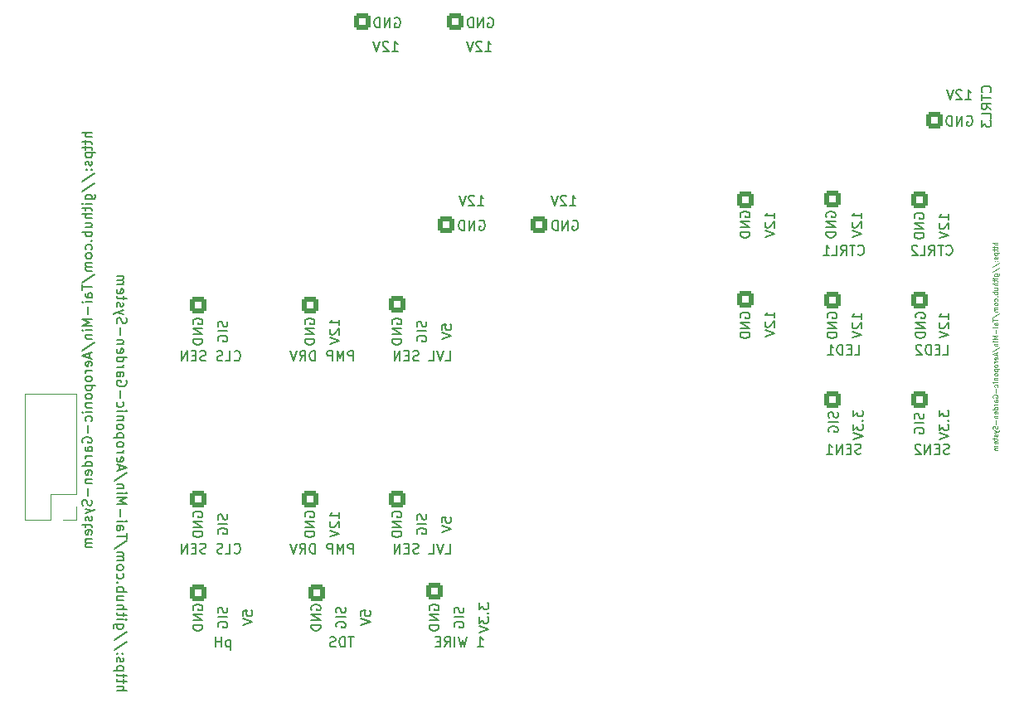
<source format=gbo>
%TF.GenerationSoftware,KiCad,Pcbnew,(6.0.7)*%
%TF.CreationDate,2022-08-29T12:50:00+02:00*%
%TF.ProjectId,pi_shield,70695f73-6869-4656-9c64-2e6b69636164,rev?*%
%TF.SameCoordinates,Original*%
%TF.FileFunction,Legend,Bot*%
%TF.FilePolarity,Positive*%
%FSLAX46Y46*%
G04 Gerber Fmt 4.6, Leading zero omitted, Abs format (unit mm)*
G04 Created by KiCad (PCBNEW (6.0.7)) date 2022-08-29 12:50:00*
%MOMM*%
%LPD*%
G01*
G04 APERTURE LIST*
G04 Aperture macros list*
%AMRoundRect*
0 Rectangle with rounded corners*
0 $1 Rounding radius*
0 $2 $3 $4 $5 $6 $7 $8 $9 X,Y pos of 4 corners*
0 Add a 4 corners polygon primitive as box body*
4,1,4,$2,$3,$4,$5,$6,$7,$8,$9,$2,$3,0*
0 Add four circle primitives for the rounded corners*
1,1,$1+$1,$2,$3*
1,1,$1+$1,$4,$5*
1,1,$1+$1,$6,$7*
1,1,$1+$1,$8,$9*
0 Add four rect primitives between the rounded corners*
20,1,$1+$1,$2,$3,$4,$5,0*
20,1,$1+$1,$4,$5,$6,$7,0*
20,1,$1+$1,$6,$7,$8,$9,0*
20,1,$1+$1,$8,$9,$2,$3,0*%
G04 Aperture macros list end*
%ADD10C,0.150000*%
%ADD11C,0.125000*%
%ADD12C,0.120000*%
%ADD13C,1.740000*%
%ADD14RoundRect,0.250000X0.620000X-0.620000X0.620000X0.620000X-0.620000X0.620000X-0.620000X-0.620000X0*%
%ADD15C,1.400000*%
%ADD16O,1.400000X1.400000*%
%ADD17O,2.000000X1.905000*%
%ADD18R,2.000000X1.905000*%
%ADD19O,3.500000X3.500000*%
%ADD20C,2.700000*%
%ADD21C,2.750000*%
%ADD22R,1.750000X1.750000*%
%ADD23C,1.750000*%
%ADD24R,1.500000X1.050000*%
%ADD25O,1.500000X1.050000*%
%ADD26R,1.800000X1.800000*%
%ADD27C,1.800000*%
%ADD28RoundRect,0.250000X-0.620000X-0.620000X0.620000X-0.620000X0.620000X0.620000X-0.620000X0.620000X0*%
%ADD29R,1.905000X2.000000*%
%ADD30O,1.905000X2.000000*%
%ADD31R,1.600000X1.600000*%
%ADD32O,1.600000X1.600000*%
%ADD33RoundRect,0.250000X-0.620000X0.620000X-0.620000X-0.620000X0.620000X-0.620000X0.620000X0.620000X0*%
%ADD34O,1.800000X1.800000*%
%ADD35C,1.600000*%
%ADD36C,2.000000*%
%ADD37R,2.240000X2.240000*%
%ADD38O,2.240000X2.240000*%
%ADD39R,1.700000X1.700000*%
%ADD40O,1.700000X1.700000*%
G04 APERTURE END LIST*
D10*
X201675904Y-52332000D02*
X201771142Y-52284380D01*
X201914000Y-52284380D01*
X202056857Y-52332000D01*
X202152095Y-52427238D01*
X202199714Y-52522476D01*
X202247333Y-52712952D01*
X202247333Y-52855809D01*
X202199714Y-53046285D01*
X202152095Y-53141523D01*
X202056857Y-53236761D01*
X201914000Y-53284380D01*
X201818761Y-53284380D01*
X201675904Y-53236761D01*
X201628285Y-53189142D01*
X201628285Y-52855809D01*
X201818761Y-52855809D01*
X201199714Y-53284380D02*
X201199714Y-52284380D01*
X200628285Y-53284380D01*
X200628285Y-52284380D01*
X200152095Y-53284380D02*
X200152095Y-52284380D01*
X199914000Y-52284380D01*
X199771142Y-52332000D01*
X199675904Y-52427238D01*
X199628285Y-52522476D01*
X199580666Y-52712952D01*
X199580666Y-52855809D01*
X199628285Y-53046285D01*
X199675904Y-53141523D01*
X199771142Y-53236761D01*
X199914000Y-53284380D01*
X200152095Y-53284380D01*
X201533047Y-50617380D02*
X202104476Y-50617380D01*
X201818761Y-50617380D02*
X201818761Y-49617380D01*
X201914000Y-49760238D01*
X202009238Y-49855476D01*
X202104476Y-49903095D01*
X201152095Y-49712619D02*
X201104476Y-49665000D01*
X201009238Y-49617380D01*
X200771142Y-49617380D01*
X200675904Y-49665000D01*
X200628285Y-49712619D01*
X200580666Y-49807857D01*
X200580666Y-49903095D01*
X200628285Y-50045952D01*
X201199714Y-50617380D01*
X200580666Y-50617380D01*
X200294952Y-49617380D02*
X199961619Y-50617380D01*
X199628285Y-49617380D01*
X204065142Y-49855619D02*
X204112761Y-49808000D01*
X204160380Y-49665142D01*
X204160380Y-49569904D01*
X204112761Y-49427047D01*
X204017523Y-49331809D01*
X203922285Y-49284190D01*
X203731809Y-49236571D01*
X203588952Y-49236571D01*
X203398476Y-49284190D01*
X203303238Y-49331809D01*
X203208000Y-49427047D01*
X203160380Y-49569904D01*
X203160380Y-49665142D01*
X203208000Y-49808000D01*
X203255619Y-49855619D01*
X203160380Y-50141333D02*
X203160380Y-50712761D01*
X204160380Y-50427047D02*
X203160380Y-50427047D01*
X204160380Y-51617523D02*
X203684190Y-51284190D01*
X204160380Y-51046095D02*
X203160380Y-51046095D01*
X203160380Y-51427047D01*
X203208000Y-51522285D01*
X203255619Y-51569904D01*
X203350857Y-51617523D01*
X203493714Y-51617523D01*
X203588952Y-51569904D01*
X203636571Y-51522285D01*
X203684190Y-51427047D01*
X203684190Y-51046095D01*
X204160380Y-52522285D02*
X204160380Y-52046095D01*
X203160380Y-52046095D01*
X203160380Y-52760380D02*
X203160380Y-53379428D01*
X203541333Y-53046095D01*
X203541333Y-53188952D01*
X203588952Y-53284190D01*
X203636571Y-53331809D01*
X203731809Y-53379428D01*
X203969904Y-53379428D01*
X204065142Y-53331809D01*
X204112761Y-53284190D01*
X204160380Y-53188952D01*
X204160380Y-52903238D01*
X204112761Y-52808000D01*
X204065142Y-52760380D01*
X199572380Y-66397142D02*
X199620000Y-66444761D01*
X199762857Y-66492380D01*
X199858095Y-66492380D01*
X200000952Y-66444761D01*
X200096190Y-66349523D01*
X200143809Y-66254285D01*
X200191428Y-66063809D01*
X200191428Y-65920952D01*
X200143809Y-65730476D01*
X200096190Y-65635238D01*
X200000952Y-65540000D01*
X199858095Y-65492380D01*
X199762857Y-65492380D01*
X199620000Y-65540000D01*
X199572380Y-65587619D01*
X199286666Y-65492380D02*
X198715238Y-65492380D01*
X199000952Y-66492380D02*
X199000952Y-65492380D01*
X197810476Y-66492380D02*
X198143809Y-66016190D01*
X198381904Y-66492380D02*
X198381904Y-65492380D01*
X198000952Y-65492380D01*
X197905714Y-65540000D01*
X197858095Y-65587619D01*
X197810476Y-65682857D01*
X197810476Y-65825714D01*
X197858095Y-65920952D01*
X197905714Y-65968571D01*
X198000952Y-66016190D01*
X198381904Y-66016190D01*
X196905714Y-66492380D02*
X197381904Y-66492380D01*
X197381904Y-65492380D01*
X196620000Y-65587619D02*
X196572380Y-65540000D01*
X196477142Y-65492380D01*
X196239047Y-65492380D01*
X196143809Y-65540000D01*
X196096190Y-65587619D01*
X196048571Y-65682857D01*
X196048571Y-65778095D01*
X196096190Y-65920952D01*
X196667619Y-66492380D01*
X196048571Y-66492380D01*
X134120000Y-73533095D02*
X134072380Y-73437857D01*
X134072380Y-73295000D01*
X134120000Y-73152142D01*
X134215238Y-73056904D01*
X134310476Y-73009285D01*
X134500952Y-72961666D01*
X134643809Y-72961666D01*
X134834285Y-73009285D01*
X134929523Y-73056904D01*
X135024761Y-73152142D01*
X135072380Y-73295000D01*
X135072380Y-73390238D01*
X135024761Y-73533095D01*
X134977142Y-73580714D01*
X134643809Y-73580714D01*
X134643809Y-73390238D01*
X135072380Y-74009285D02*
X134072380Y-74009285D01*
X135072380Y-74580714D01*
X134072380Y-74580714D01*
X135072380Y-75056904D02*
X134072380Y-75056904D01*
X134072380Y-75295000D01*
X134120000Y-75437857D01*
X134215238Y-75533095D01*
X134310476Y-75580714D01*
X134500952Y-75628333D01*
X134643809Y-75628333D01*
X134834285Y-75580714D01*
X134929523Y-75533095D01*
X135024761Y-75437857D01*
X135072380Y-75295000D01*
X135072380Y-75056904D01*
X148407142Y-96972380D02*
X148883333Y-96972380D01*
X148883333Y-95972380D01*
X148216666Y-95972380D02*
X147883333Y-96972380D01*
X147550000Y-95972380D01*
X146740476Y-96972380D02*
X147216666Y-96972380D01*
X147216666Y-95972380D01*
X145692857Y-96924761D02*
X145550000Y-96972380D01*
X145311904Y-96972380D01*
X145216666Y-96924761D01*
X145169047Y-96877142D01*
X145121428Y-96781904D01*
X145121428Y-96686666D01*
X145169047Y-96591428D01*
X145216666Y-96543809D01*
X145311904Y-96496190D01*
X145502380Y-96448571D01*
X145597619Y-96400952D01*
X145645238Y-96353333D01*
X145692857Y-96258095D01*
X145692857Y-96162857D01*
X145645238Y-96067619D01*
X145597619Y-96020000D01*
X145502380Y-95972380D01*
X145264285Y-95972380D01*
X145121428Y-96020000D01*
X144692857Y-96448571D02*
X144359523Y-96448571D01*
X144216666Y-96972380D02*
X144692857Y-96972380D01*
X144692857Y-95972380D01*
X144216666Y-95972380D01*
X143788095Y-96972380D02*
X143788095Y-95972380D01*
X143216666Y-96972380D01*
X143216666Y-95972380D01*
X148042380Y-74104523D02*
X148042380Y-73628333D01*
X148518571Y-73580714D01*
X148470952Y-73628333D01*
X148423333Y-73723571D01*
X148423333Y-73961666D01*
X148470952Y-74056904D01*
X148518571Y-74104523D01*
X148613809Y-74152142D01*
X148851904Y-74152142D01*
X148947142Y-74104523D01*
X148994761Y-74056904D01*
X149042380Y-73961666D01*
X149042380Y-73723571D01*
X148994761Y-73628333D01*
X148947142Y-73580714D01*
X148042380Y-74437857D02*
X149042380Y-74771190D01*
X148042380Y-75104523D01*
X139787380Y-103314523D02*
X139787380Y-102838333D01*
X140263571Y-102790714D01*
X140215952Y-102838333D01*
X140168333Y-102933571D01*
X140168333Y-103171666D01*
X140215952Y-103266904D01*
X140263571Y-103314523D01*
X140358809Y-103362142D01*
X140596904Y-103362142D01*
X140692142Y-103314523D01*
X140739761Y-103266904D01*
X140787380Y-103171666D01*
X140787380Y-102933571D01*
X140739761Y-102838333D01*
X140692142Y-102790714D01*
X139787380Y-103647857D02*
X140787380Y-103981190D01*
X139787380Y-104314523D01*
X139032857Y-96972380D02*
X139032857Y-95972380D01*
X138651904Y-95972380D01*
X138556666Y-96020000D01*
X138509047Y-96067619D01*
X138461428Y-96162857D01*
X138461428Y-96305714D01*
X138509047Y-96400952D01*
X138556666Y-96448571D01*
X138651904Y-96496190D01*
X139032857Y-96496190D01*
X138032857Y-96972380D02*
X138032857Y-95972380D01*
X137699523Y-96686666D01*
X137366190Y-95972380D01*
X137366190Y-96972380D01*
X136890000Y-96972380D02*
X136890000Y-95972380D01*
X136509047Y-95972380D01*
X136413809Y-96020000D01*
X136366190Y-96067619D01*
X136318571Y-96162857D01*
X136318571Y-96305714D01*
X136366190Y-96400952D01*
X136413809Y-96448571D01*
X136509047Y-96496190D01*
X136890000Y-96496190D01*
X135128095Y-96972380D02*
X135128095Y-95972380D01*
X134890000Y-95972380D01*
X134747142Y-96020000D01*
X134651904Y-96115238D01*
X134604285Y-96210476D01*
X134556666Y-96400952D01*
X134556666Y-96543809D01*
X134604285Y-96734285D01*
X134651904Y-96829523D01*
X134747142Y-96924761D01*
X134890000Y-96972380D01*
X135128095Y-96972380D01*
X133556666Y-96972380D02*
X133889999Y-96496190D01*
X134128095Y-96972380D02*
X134128095Y-95972380D01*
X133747142Y-95972380D01*
X133651904Y-96020000D01*
X133604285Y-96067619D01*
X133556666Y-96162857D01*
X133556666Y-96305714D01*
X133604285Y-96400952D01*
X133651904Y-96448571D01*
X133747142Y-96496190D01*
X134128095Y-96496190D01*
X133270952Y-95972380D02*
X132937619Y-96972380D01*
X132604285Y-95972380D01*
X190079380Y-82343809D02*
X190079380Y-82962857D01*
X190460333Y-82629523D01*
X190460333Y-82772380D01*
X190507952Y-82867619D01*
X190555571Y-82915238D01*
X190650809Y-82962857D01*
X190888904Y-82962857D01*
X190984142Y-82915238D01*
X191031761Y-82867619D01*
X191079380Y-82772380D01*
X191079380Y-82486666D01*
X191031761Y-82391428D01*
X190984142Y-82343809D01*
X190984142Y-83391428D02*
X191031761Y-83439047D01*
X191079380Y-83391428D01*
X191031761Y-83343809D01*
X190984142Y-83391428D01*
X191079380Y-83391428D01*
X190079380Y-83772380D02*
X190079380Y-84391428D01*
X190460333Y-84058095D01*
X190460333Y-84200952D01*
X190507952Y-84296190D01*
X190555571Y-84343809D01*
X190650809Y-84391428D01*
X190888904Y-84391428D01*
X190984142Y-84343809D01*
X191031761Y-84296190D01*
X191079380Y-84200952D01*
X191079380Y-83915238D01*
X191031761Y-83820000D01*
X190984142Y-83772380D01*
X190079380Y-84677142D02*
X191079380Y-85010476D01*
X190079380Y-85343809D01*
X190555380Y-66397142D02*
X190603000Y-66444761D01*
X190745857Y-66492380D01*
X190841095Y-66492380D01*
X190983952Y-66444761D01*
X191079190Y-66349523D01*
X191126809Y-66254285D01*
X191174428Y-66063809D01*
X191174428Y-65920952D01*
X191126809Y-65730476D01*
X191079190Y-65635238D01*
X190983952Y-65540000D01*
X190841095Y-65492380D01*
X190745857Y-65492380D01*
X190603000Y-65540000D01*
X190555380Y-65587619D01*
X190269666Y-65492380D02*
X189698238Y-65492380D01*
X189983952Y-66492380D02*
X189983952Y-65492380D01*
X188793476Y-66492380D02*
X189126809Y-66016190D01*
X189364904Y-66492380D02*
X189364904Y-65492380D01*
X188983952Y-65492380D01*
X188888714Y-65540000D01*
X188841095Y-65587619D01*
X188793476Y-65682857D01*
X188793476Y-65825714D01*
X188841095Y-65920952D01*
X188888714Y-65968571D01*
X188983952Y-66016190D01*
X189364904Y-66016190D01*
X187888714Y-66492380D02*
X188364904Y-66492380D01*
X188364904Y-65492380D01*
X187031571Y-66492380D02*
X187603000Y-66492380D01*
X187317285Y-66492380D02*
X187317285Y-65492380D01*
X187412523Y-65635238D01*
X187507761Y-65730476D01*
X187603000Y-65778095D01*
X137612380Y-73675952D02*
X137612380Y-73104523D01*
X137612380Y-73390238D02*
X136612380Y-73390238D01*
X136755238Y-73295000D01*
X136850476Y-73199761D01*
X136898095Y-73104523D01*
X136707619Y-74056904D02*
X136660000Y-74104523D01*
X136612380Y-74199761D01*
X136612380Y-74437857D01*
X136660000Y-74533095D01*
X136707619Y-74580714D01*
X136802857Y-74628333D01*
X136898095Y-74628333D01*
X137040952Y-74580714D01*
X137612380Y-74009285D01*
X137612380Y-74628333D01*
X136612380Y-74914047D02*
X137612380Y-75247380D01*
X136612380Y-75580714D01*
X190222047Y-76652380D02*
X190698238Y-76652380D01*
X190698238Y-75652380D01*
X189888714Y-76128571D02*
X189555380Y-76128571D01*
X189412523Y-76652380D02*
X189888714Y-76652380D01*
X189888714Y-75652380D01*
X189412523Y-75652380D01*
X188983952Y-76652380D02*
X188983952Y-75652380D01*
X188745857Y-75652380D01*
X188603000Y-75700000D01*
X188507761Y-75795238D01*
X188460142Y-75890476D01*
X188412523Y-76080952D01*
X188412523Y-76223809D01*
X188460142Y-76414285D01*
X188507761Y-76509523D01*
X188603000Y-76604761D01*
X188745857Y-76652380D01*
X188983952Y-76652380D01*
X187460142Y-76652380D02*
X188031571Y-76652380D01*
X187745857Y-76652380D02*
X187745857Y-75652380D01*
X187841095Y-75795238D01*
X187936333Y-75890476D01*
X188031571Y-75938095D01*
X187333000Y-62611095D02*
X187285380Y-62515857D01*
X187285380Y-62373000D01*
X187333000Y-62230142D01*
X187428238Y-62134904D01*
X187523476Y-62087285D01*
X187713952Y-62039666D01*
X187856809Y-62039666D01*
X188047285Y-62087285D01*
X188142523Y-62134904D01*
X188237761Y-62230142D01*
X188285380Y-62373000D01*
X188285380Y-62468238D01*
X188237761Y-62611095D01*
X188190142Y-62658714D01*
X187856809Y-62658714D01*
X187856809Y-62468238D01*
X188285380Y-63087285D02*
X187285380Y-63087285D01*
X188285380Y-63658714D01*
X187285380Y-63658714D01*
X188285380Y-64134904D02*
X187285380Y-64134904D01*
X187285380Y-64373000D01*
X187333000Y-64515857D01*
X187428238Y-64611095D01*
X187523476Y-64658714D01*
X187713952Y-64706333D01*
X187856809Y-64706333D01*
X188047285Y-64658714D01*
X188142523Y-64611095D01*
X188237761Y-64515857D01*
X188285380Y-64373000D01*
X188285380Y-64134904D01*
X198842380Y-82343809D02*
X198842380Y-82962857D01*
X199223333Y-82629523D01*
X199223333Y-82772380D01*
X199270952Y-82867619D01*
X199318571Y-82915238D01*
X199413809Y-82962857D01*
X199651904Y-82962857D01*
X199747142Y-82915238D01*
X199794761Y-82867619D01*
X199842380Y-82772380D01*
X199842380Y-82486666D01*
X199794761Y-82391428D01*
X199747142Y-82343809D01*
X199747142Y-83391428D02*
X199794761Y-83439047D01*
X199842380Y-83391428D01*
X199794761Y-83343809D01*
X199747142Y-83391428D01*
X199842380Y-83391428D01*
X198842380Y-83772380D02*
X198842380Y-84391428D01*
X199223333Y-84058095D01*
X199223333Y-84200952D01*
X199270952Y-84296190D01*
X199318571Y-84343809D01*
X199413809Y-84391428D01*
X199651904Y-84391428D01*
X199747142Y-84343809D01*
X199794761Y-84296190D01*
X199842380Y-84200952D01*
X199842380Y-83915238D01*
X199794761Y-83820000D01*
X199747142Y-83772380D01*
X198842380Y-84677142D02*
X199842380Y-85010476D01*
X198842380Y-85343809D01*
X152511047Y-45664380D02*
X153082476Y-45664380D01*
X152796761Y-45664380D02*
X152796761Y-44664380D01*
X152892000Y-44807238D01*
X152987238Y-44902476D01*
X153082476Y-44950095D01*
X152130095Y-44759619D02*
X152082476Y-44712000D01*
X151987238Y-44664380D01*
X151749142Y-44664380D01*
X151653904Y-44712000D01*
X151606285Y-44759619D01*
X151558666Y-44854857D01*
X151558666Y-44950095D01*
X151606285Y-45092952D01*
X152177714Y-45664380D01*
X151558666Y-45664380D01*
X151272952Y-44664380D02*
X150939619Y-45664380D01*
X150606285Y-44664380D01*
X152780904Y-42299000D02*
X152876142Y-42251380D01*
X153019000Y-42251380D01*
X153161857Y-42299000D01*
X153257095Y-42394238D01*
X153304714Y-42489476D01*
X153352333Y-42679952D01*
X153352333Y-42822809D01*
X153304714Y-43013285D01*
X153257095Y-43108523D01*
X153161857Y-43203761D01*
X153019000Y-43251380D01*
X152923761Y-43251380D01*
X152780904Y-43203761D01*
X152733285Y-43156142D01*
X152733285Y-42822809D01*
X152923761Y-42822809D01*
X152304714Y-43251380D02*
X152304714Y-42251380D01*
X151733285Y-43251380D01*
X151733285Y-42251380D01*
X151257095Y-43251380D02*
X151257095Y-42251380D01*
X151019000Y-42251380D01*
X150876142Y-42299000D01*
X150780904Y-42394238D01*
X150733285Y-42489476D01*
X150685666Y-42679952D01*
X150685666Y-42822809D01*
X150733285Y-43013285D01*
X150780904Y-43108523D01*
X150876142Y-43203761D01*
X151019000Y-43251380D01*
X151257095Y-43251380D01*
X146820000Y-102743095D02*
X146772380Y-102647857D01*
X146772380Y-102505000D01*
X146820000Y-102362142D01*
X146915238Y-102266904D01*
X147010476Y-102219285D01*
X147200952Y-102171666D01*
X147343809Y-102171666D01*
X147534285Y-102219285D01*
X147629523Y-102266904D01*
X147724761Y-102362142D01*
X147772380Y-102505000D01*
X147772380Y-102600238D01*
X147724761Y-102743095D01*
X147677142Y-102790714D01*
X147343809Y-102790714D01*
X147343809Y-102600238D01*
X147772380Y-103219285D02*
X146772380Y-103219285D01*
X147772380Y-103790714D01*
X146772380Y-103790714D01*
X147772380Y-104266904D02*
X146772380Y-104266904D01*
X146772380Y-104505000D01*
X146820000Y-104647857D01*
X146915238Y-104743095D01*
X147010476Y-104790714D01*
X147200952Y-104838333D01*
X147343809Y-104838333D01*
X147534285Y-104790714D01*
X147629523Y-104743095D01*
X147724761Y-104647857D01*
X147772380Y-104505000D01*
X147772380Y-104266904D01*
X122690000Y-102743095D02*
X122642380Y-102647857D01*
X122642380Y-102505000D01*
X122690000Y-102362142D01*
X122785238Y-102266904D01*
X122880476Y-102219285D01*
X123070952Y-102171666D01*
X123213809Y-102171666D01*
X123404285Y-102219285D01*
X123499523Y-102266904D01*
X123594761Y-102362142D01*
X123642380Y-102505000D01*
X123642380Y-102600238D01*
X123594761Y-102743095D01*
X123547142Y-102790714D01*
X123213809Y-102790714D01*
X123213809Y-102600238D01*
X123642380Y-103219285D02*
X122642380Y-103219285D01*
X123642380Y-103790714D01*
X122642380Y-103790714D01*
X123642380Y-104266904D02*
X122642380Y-104266904D01*
X122642380Y-104505000D01*
X122690000Y-104647857D01*
X122785238Y-104743095D01*
X122880476Y-104790714D01*
X123070952Y-104838333D01*
X123213809Y-104838333D01*
X123404285Y-104790714D01*
X123499523Y-104743095D01*
X123594761Y-104647857D01*
X123642380Y-104505000D01*
X123642380Y-104266904D01*
X196350000Y-62738095D02*
X196302380Y-62642857D01*
X196302380Y-62500000D01*
X196350000Y-62357142D01*
X196445238Y-62261904D01*
X196540476Y-62214285D01*
X196730952Y-62166666D01*
X196873809Y-62166666D01*
X197064285Y-62214285D01*
X197159523Y-62261904D01*
X197254761Y-62357142D01*
X197302380Y-62500000D01*
X197302380Y-62595238D01*
X197254761Y-62738095D01*
X197207142Y-62785714D01*
X196873809Y-62785714D01*
X196873809Y-62595238D01*
X197302380Y-63214285D02*
X196302380Y-63214285D01*
X197302380Y-63785714D01*
X196302380Y-63785714D01*
X197302380Y-64261904D02*
X196302380Y-64261904D01*
X196302380Y-64500000D01*
X196350000Y-64642857D01*
X196445238Y-64738095D01*
X196540476Y-64785714D01*
X196730952Y-64833333D01*
X196873809Y-64833333D01*
X197064285Y-64785714D01*
X197159523Y-64738095D01*
X197254761Y-64642857D01*
X197302380Y-64500000D01*
X197302380Y-64261904D01*
X196477000Y-72898095D02*
X196429380Y-72802857D01*
X196429380Y-72660000D01*
X196477000Y-72517142D01*
X196572238Y-72421904D01*
X196667476Y-72374285D01*
X196857952Y-72326666D01*
X197000809Y-72326666D01*
X197191285Y-72374285D01*
X197286523Y-72421904D01*
X197381761Y-72517142D01*
X197429380Y-72660000D01*
X197429380Y-72755238D01*
X197381761Y-72898095D01*
X197334142Y-72945714D01*
X197000809Y-72945714D01*
X197000809Y-72755238D01*
X197429380Y-73374285D02*
X196429380Y-73374285D01*
X197429380Y-73945714D01*
X196429380Y-73945714D01*
X197429380Y-74421904D02*
X196429380Y-74421904D01*
X196429380Y-74660000D01*
X196477000Y-74802857D01*
X196572238Y-74898095D01*
X196667476Y-74945714D01*
X196857952Y-74993333D01*
X197000809Y-74993333D01*
X197191285Y-74945714D01*
X197286523Y-74898095D01*
X197381761Y-74802857D01*
X197429380Y-74660000D01*
X197429380Y-74421904D01*
X126468095Y-105830714D02*
X126468095Y-106830714D01*
X126468095Y-105878333D02*
X126372857Y-105830714D01*
X126182380Y-105830714D01*
X126087142Y-105878333D01*
X126039523Y-105925952D01*
X125991904Y-106021190D01*
X125991904Y-106306904D01*
X126039523Y-106402142D01*
X126087142Y-106449761D01*
X126182380Y-106497380D01*
X126372857Y-106497380D01*
X126468095Y-106449761D01*
X125563333Y-106497380D02*
X125563333Y-105497380D01*
X125563333Y-105973571D02*
X124991904Y-105973571D01*
X124991904Y-106497380D02*
X124991904Y-105497380D01*
X151852380Y-102028809D02*
X151852380Y-102647857D01*
X152233333Y-102314523D01*
X152233333Y-102457380D01*
X152280952Y-102552619D01*
X152328571Y-102600238D01*
X152423809Y-102647857D01*
X152661904Y-102647857D01*
X152757142Y-102600238D01*
X152804761Y-102552619D01*
X152852380Y-102457380D01*
X152852380Y-102171666D01*
X152804761Y-102076428D01*
X152757142Y-102028809D01*
X152757142Y-103076428D02*
X152804761Y-103124047D01*
X152852380Y-103076428D01*
X152804761Y-103028809D01*
X152757142Y-103076428D01*
X152852380Y-103076428D01*
X151852380Y-103457380D02*
X151852380Y-104076428D01*
X152233333Y-103743095D01*
X152233333Y-103885952D01*
X152280952Y-103981190D01*
X152328571Y-104028809D01*
X152423809Y-104076428D01*
X152661904Y-104076428D01*
X152757142Y-104028809D01*
X152804761Y-103981190D01*
X152852380Y-103885952D01*
X152852380Y-103600238D01*
X152804761Y-103505000D01*
X152757142Y-103457380D01*
X151852380Y-104362142D02*
X152852380Y-104695476D01*
X151852380Y-105028809D01*
X146454761Y-92956190D02*
X146502380Y-93099047D01*
X146502380Y-93337142D01*
X146454761Y-93432380D01*
X146407142Y-93480000D01*
X146311904Y-93527619D01*
X146216666Y-93527619D01*
X146121428Y-93480000D01*
X146073809Y-93432380D01*
X146026190Y-93337142D01*
X145978571Y-93146666D01*
X145930952Y-93051428D01*
X145883333Y-93003809D01*
X145788095Y-92956190D01*
X145692857Y-92956190D01*
X145597619Y-93003809D01*
X145550000Y-93051428D01*
X145502380Y-93146666D01*
X145502380Y-93384761D01*
X145550000Y-93527619D01*
X146502380Y-93956190D02*
X145502380Y-93956190D01*
X145550000Y-94956190D02*
X145502380Y-94860952D01*
X145502380Y-94718095D01*
X145550000Y-94575238D01*
X145645238Y-94480000D01*
X145740476Y-94432380D01*
X145930952Y-94384761D01*
X146073809Y-94384761D01*
X146264285Y-94432380D01*
X146359523Y-94480000D01*
X146454761Y-94575238D01*
X146502380Y-94718095D01*
X146502380Y-94813333D01*
X146454761Y-94956190D01*
X146407142Y-95003809D01*
X146073809Y-95003809D01*
X146073809Y-94813333D01*
X126134761Y-102481190D02*
X126182380Y-102624047D01*
X126182380Y-102862142D01*
X126134761Y-102957380D01*
X126087142Y-103005000D01*
X125991904Y-103052619D01*
X125896666Y-103052619D01*
X125801428Y-103005000D01*
X125753809Y-102957380D01*
X125706190Y-102862142D01*
X125658571Y-102671666D01*
X125610952Y-102576428D01*
X125563333Y-102528809D01*
X125468095Y-102481190D01*
X125372857Y-102481190D01*
X125277619Y-102528809D01*
X125230000Y-102576428D01*
X125182380Y-102671666D01*
X125182380Y-102909761D01*
X125230000Y-103052619D01*
X126182380Y-103481190D02*
X125182380Y-103481190D01*
X125230000Y-104481190D02*
X125182380Y-104385952D01*
X125182380Y-104243095D01*
X125230000Y-104100238D01*
X125325238Y-104005000D01*
X125420476Y-103957380D01*
X125610952Y-103909761D01*
X125753809Y-103909761D01*
X125944285Y-103957380D01*
X126039523Y-104005000D01*
X126134761Y-104100238D01*
X126182380Y-104243095D01*
X126182380Y-104338333D01*
X126134761Y-104481190D01*
X126087142Y-104528809D01*
X125753809Y-104528809D01*
X125753809Y-104338333D01*
X143010000Y-93218095D02*
X142962380Y-93122857D01*
X142962380Y-92980000D01*
X143010000Y-92837142D01*
X143105238Y-92741904D01*
X143200476Y-92694285D01*
X143390952Y-92646666D01*
X143533809Y-92646666D01*
X143724285Y-92694285D01*
X143819523Y-92741904D01*
X143914761Y-92837142D01*
X143962380Y-92980000D01*
X143962380Y-93075238D01*
X143914761Y-93218095D01*
X143867142Y-93265714D01*
X143533809Y-93265714D01*
X143533809Y-93075238D01*
X143962380Y-93694285D02*
X142962380Y-93694285D01*
X143962380Y-94265714D01*
X142962380Y-94265714D01*
X143962380Y-94741904D02*
X142962380Y-94741904D01*
X142962380Y-94980000D01*
X143010000Y-95122857D01*
X143105238Y-95218095D01*
X143200476Y-95265714D01*
X143390952Y-95313333D01*
X143533809Y-95313333D01*
X143724285Y-95265714D01*
X143819523Y-95218095D01*
X143914761Y-95122857D01*
X143962380Y-94980000D01*
X143962380Y-94741904D01*
X134120000Y-93218095D02*
X134072380Y-93122857D01*
X134072380Y-92980000D01*
X134120000Y-92837142D01*
X134215238Y-92741904D01*
X134310476Y-92694285D01*
X134500952Y-92646666D01*
X134643809Y-92646666D01*
X134834285Y-92694285D01*
X134929523Y-92741904D01*
X135024761Y-92837142D01*
X135072380Y-92980000D01*
X135072380Y-93075238D01*
X135024761Y-93218095D01*
X134977142Y-93265714D01*
X134643809Y-93265714D01*
X134643809Y-93075238D01*
X135072380Y-93694285D02*
X134072380Y-93694285D01*
X135072380Y-94265714D01*
X134072380Y-94265714D01*
X135072380Y-94741904D02*
X134072380Y-94741904D01*
X134072380Y-94980000D01*
X134120000Y-95122857D01*
X134215238Y-95218095D01*
X134310476Y-95265714D01*
X134500952Y-95313333D01*
X134643809Y-95313333D01*
X134834285Y-95265714D01*
X134929523Y-95218095D01*
X135024761Y-95122857D01*
X135072380Y-94980000D01*
X135072380Y-94741904D01*
X190952380Y-73040952D02*
X190952380Y-72469523D01*
X190952380Y-72755238D02*
X189952380Y-72755238D01*
X190095238Y-72660000D01*
X190190476Y-72564761D01*
X190238095Y-72469523D01*
X190047619Y-73421904D02*
X190000000Y-73469523D01*
X189952380Y-73564761D01*
X189952380Y-73802857D01*
X190000000Y-73898095D01*
X190047619Y-73945714D01*
X190142857Y-73993333D01*
X190238095Y-73993333D01*
X190380952Y-73945714D01*
X190952380Y-73374285D01*
X190952380Y-73993333D01*
X189952380Y-74279047D02*
X190952380Y-74612380D01*
X189952380Y-74945714D01*
X114863619Y-110955666D02*
X115863619Y-110955666D01*
X114863619Y-110527095D02*
X115387428Y-110527095D01*
X115482666Y-110574714D01*
X115530285Y-110669952D01*
X115530285Y-110812809D01*
X115482666Y-110908047D01*
X115435047Y-110955666D01*
X115530285Y-110193761D02*
X115530285Y-109812809D01*
X115863619Y-110050904D02*
X115006476Y-110050904D01*
X114911238Y-110003285D01*
X114863619Y-109908047D01*
X114863619Y-109812809D01*
X115530285Y-109622333D02*
X115530285Y-109241380D01*
X115863619Y-109479476D02*
X115006476Y-109479476D01*
X114911238Y-109431857D01*
X114863619Y-109336619D01*
X114863619Y-109241380D01*
X115530285Y-108908047D02*
X114530285Y-108908047D01*
X115482666Y-108908047D02*
X115530285Y-108812809D01*
X115530285Y-108622333D01*
X115482666Y-108527095D01*
X115435047Y-108479476D01*
X115339809Y-108431857D01*
X115054095Y-108431857D01*
X114958857Y-108479476D01*
X114911238Y-108527095D01*
X114863619Y-108622333D01*
X114863619Y-108812809D01*
X114911238Y-108908047D01*
X114911238Y-108050904D02*
X114863619Y-107955666D01*
X114863619Y-107765190D01*
X114911238Y-107669952D01*
X115006476Y-107622333D01*
X115054095Y-107622333D01*
X115149333Y-107669952D01*
X115196952Y-107765190D01*
X115196952Y-107908047D01*
X115244571Y-108003285D01*
X115339809Y-108050904D01*
X115387428Y-108050904D01*
X115482666Y-108003285D01*
X115530285Y-107908047D01*
X115530285Y-107765190D01*
X115482666Y-107669952D01*
X114958857Y-107193761D02*
X114911238Y-107146142D01*
X114863619Y-107193761D01*
X114911238Y-107241380D01*
X114958857Y-107193761D01*
X114863619Y-107193761D01*
X115482666Y-107193761D02*
X115435047Y-107146142D01*
X115387428Y-107193761D01*
X115435047Y-107241380D01*
X115482666Y-107193761D01*
X115387428Y-107193761D01*
X115911238Y-106003285D02*
X114625523Y-106860428D01*
X115911238Y-104955666D02*
X114625523Y-105812809D01*
X115530285Y-104193761D02*
X114720761Y-104193761D01*
X114625523Y-104241380D01*
X114577904Y-104289000D01*
X114530285Y-104384238D01*
X114530285Y-104527095D01*
X114577904Y-104622333D01*
X114911238Y-104193761D02*
X114863619Y-104289000D01*
X114863619Y-104479476D01*
X114911238Y-104574714D01*
X114958857Y-104622333D01*
X115054095Y-104669952D01*
X115339809Y-104669952D01*
X115435047Y-104622333D01*
X115482666Y-104574714D01*
X115530285Y-104479476D01*
X115530285Y-104289000D01*
X115482666Y-104193761D01*
X114863619Y-103717571D02*
X115530285Y-103717571D01*
X115863619Y-103717571D02*
X115816000Y-103765190D01*
X115768380Y-103717571D01*
X115816000Y-103669952D01*
X115863619Y-103717571D01*
X115768380Y-103717571D01*
X115530285Y-103384238D02*
X115530285Y-103003285D01*
X115863619Y-103241380D02*
X115006476Y-103241380D01*
X114911238Y-103193761D01*
X114863619Y-103098523D01*
X114863619Y-103003285D01*
X114863619Y-102669952D02*
X115863619Y-102669952D01*
X114863619Y-102241380D02*
X115387428Y-102241380D01*
X115482666Y-102289000D01*
X115530285Y-102384238D01*
X115530285Y-102527095D01*
X115482666Y-102622333D01*
X115435047Y-102669952D01*
X115530285Y-101336619D02*
X114863619Y-101336619D01*
X115530285Y-101765190D02*
X115006476Y-101765190D01*
X114911238Y-101717571D01*
X114863619Y-101622333D01*
X114863619Y-101479476D01*
X114911238Y-101384238D01*
X114958857Y-101336619D01*
X114863619Y-100860428D02*
X115863619Y-100860428D01*
X115482666Y-100860428D02*
X115530285Y-100765190D01*
X115530285Y-100574714D01*
X115482666Y-100479476D01*
X115435047Y-100431857D01*
X115339809Y-100384238D01*
X115054095Y-100384238D01*
X114958857Y-100431857D01*
X114911238Y-100479476D01*
X114863619Y-100574714D01*
X114863619Y-100765190D01*
X114911238Y-100860428D01*
X114958857Y-99955666D02*
X114911238Y-99908047D01*
X114863619Y-99955666D01*
X114911238Y-100003285D01*
X114958857Y-99955666D01*
X114863619Y-99955666D01*
X114911238Y-99050904D02*
X114863619Y-99146142D01*
X114863619Y-99336619D01*
X114911238Y-99431857D01*
X114958857Y-99479476D01*
X115054095Y-99527095D01*
X115339809Y-99527095D01*
X115435047Y-99479476D01*
X115482666Y-99431857D01*
X115530285Y-99336619D01*
X115530285Y-99146142D01*
X115482666Y-99050904D01*
X114863619Y-98479476D02*
X114911238Y-98574714D01*
X114958857Y-98622333D01*
X115054095Y-98669952D01*
X115339809Y-98669952D01*
X115435047Y-98622333D01*
X115482666Y-98574714D01*
X115530285Y-98479476D01*
X115530285Y-98336619D01*
X115482666Y-98241380D01*
X115435047Y-98193761D01*
X115339809Y-98146142D01*
X115054095Y-98146142D01*
X114958857Y-98193761D01*
X114911238Y-98241380D01*
X114863619Y-98336619D01*
X114863619Y-98479476D01*
X114863619Y-97717571D02*
X115530285Y-97717571D01*
X115435047Y-97717571D02*
X115482666Y-97669952D01*
X115530285Y-97574714D01*
X115530285Y-97431857D01*
X115482666Y-97336619D01*
X115387428Y-97289000D01*
X114863619Y-97289000D01*
X115387428Y-97289000D02*
X115482666Y-97241380D01*
X115530285Y-97146142D01*
X115530285Y-97003285D01*
X115482666Y-96908047D01*
X115387428Y-96860428D01*
X114863619Y-96860428D01*
X115911238Y-95669952D02*
X114625523Y-96527095D01*
X115863619Y-95479476D02*
X115863619Y-94908047D01*
X114863619Y-95193761D02*
X115863619Y-95193761D01*
X114863619Y-94146142D02*
X115387428Y-94146142D01*
X115482666Y-94193761D01*
X115530285Y-94289000D01*
X115530285Y-94479476D01*
X115482666Y-94574714D01*
X114911238Y-94146142D02*
X114863619Y-94241380D01*
X114863619Y-94479476D01*
X114911238Y-94574714D01*
X115006476Y-94622333D01*
X115101714Y-94622333D01*
X115196952Y-94574714D01*
X115244571Y-94479476D01*
X115244571Y-94241380D01*
X115292190Y-94146142D01*
X114863619Y-93669952D02*
X115530285Y-93669952D01*
X115863619Y-93669952D02*
X115816000Y-93717571D01*
X115768380Y-93669952D01*
X115816000Y-93622333D01*
X115863619Y-93669952D01*
X115768380Y-93669952D01*
X115244571Y-93193761D02*
X115244571Y-92431857D01*
X114863619Y-91955666D02*
X115863619Y-91955666D01*
X115149333Y-91622333D01*
X115863619Y-91289000D01*
X114863619Y-91289000D01*
X114863619Y-90812809D02*
X115530285Y-90812809D01*
X115863619Y-90812809D02*
X115816000Y-90860428D01*
X115768380Y-90812809D01*
X115816000Y-90765190D01*
X115863619Y-90812809D01*
X115768380Y-90812809D01*
X115530285Y-90336619D02*
X114863619Y-90336619D01*
X115435047Y-90336619D02*
X115482666Y-90289000D01*
X115530285Y-90193761D01*
X115530285Y-90050904D01*
X115482666Y-89955666D01*
X115387428Y-89908047D01*
X114863619Y-89908047D01*
X115911238Y-88717571D02*
X114625523Y-89574714D01*
X115149333Y-88431857D02*
X115149333Y-87955666D01*
X114863619Y-88527095D02*
X115863619Y-88193761D01*
X114863619Y-87860428D01*
X114911238Y-87146142D02*
X114863619Y-87241380D01*
X114863619Y-87431857D01*
X114911238Y-87527095D01*
X115006476Y-87574714D01*
X115387428Y-87574714D01*
X115482666Y-87527095D01*
X115530285Y-87431857D01*
X115530285Y-87241380D01*
X115482666Y-87146142D01*
X115387428Y-87098523D01*
X115292190Y-87098523D01*
X115196952Y-87574714D01*
X114863619Y-86669952D02*
X115530285Y-86669952D01*
X115339809Y-86669952D02*
X115435047Y-86622333D01*
X115482666Y-86574714D01*
X115530285Y-86479476D01*
X115530285Y-86384238D01*
X114863619Y-85908047D02*
X114911238Y-86003285D01*
X114958857Y-86050904D01*
X115054095Y-86098523D01*
X115339809Y-86098523D01*
X115435047Y-86050904D01*
X115482666Y-86003285D01*
X115530285Y-85908047D01*
X115530285Y-85765190D01*
X115482666Y-85669952D01*
X115435047Y-85622333D01*
X115339809Y-85574714D01*
X115054095Y-85574714D01*
X114958857Y-85622333D01*
X114911238Y-85669952D01*
X114863619Y-85765190D01*
X114863619Y-85908047D01*
X115530285Y-85146142D02*
X114530285Y-85146142D01*
X115482666Y-85146142D02*
X115530285Y-85050904D01*
X115530285Y-84860428D01*
X115482666Y-84765190D01*
X115435047Y-84717571D01*
X115339809Y-84669952D01*
X115054095Y-84669952D01*
X114958857Y-84717571D01*
X114911238Y-84765190D01*
X114863619Y-84860428D01*
X114863619Y-85050904D01*
X114911238Y-85146142D01*
X114863619Y-84098523D02*
X114911238Y-84193761D01*
X114958857Y-84241380D01*
X115054095Y-84289000D01*
X115339809Y-84289000D01*
X115435047Y-84241380D01*
X115482666Y-84193761D01*
X115530285Y-84098523D01*
X115530285Y-83955666D01*
X115482666Y-83860428D01*
X115435047Y-83812809D01*
X115339809Y-83765190D01*
X115054095Y-83765190D01*
X114958857Y-83812809D01*
X114911238Y-83860428D01*
X114863619Y-83955666D01*
X114863619Y-84098523D01*
X115530285Y-83336619D02*
X114863619Y-83336619D01*
X115435047Y-83336619D02*
X115482666Y-83289000D01*
X115530285Y-83193761D01*
X115530285Y-83050904D01*
X115482666Y-82955666D01*
X115387428Y-82908047D01*
X114863619Y-82908047D01*
X114863619Y-82431857D02*
X115530285Y-82431857D01*
X115863619Y-82431857D02*
X115816000Y-82479476D01*
X115768380Y-82431857D01*
X115816000Y-82384238D01*
X115863619Y-82431857D01*
X115768380Y-82431857D01*
X114911238Y-81527095D02*
X114863619Y-81622333D01*
X114863619Y-81812809D01*
X114911238Y-81908047D01*
X114958857Y-81955666D01*
X115054095Y-82003285D01*
X115339809Y-82003285D01*
X115435047Y-81955666D01*
X115482666Y-81908047D01*
X115530285Y-81812809D01*
X115530285Y-81622333D01*
X115482666Y-81527095D01*
X115244571Y-81098523D02*
X115244571Y-80336619D01*
X115816000Y-79336619D02*
X115863619Y-79431857D01*
X115863619Y-79574714D01*
X115816000Y-79717571D01*
X115720761Y-79812809D01*
X115625523Y-79860428D01*
X115435047Y-79908047D01*
X115292190Y-79908047D01*
X115101714Y-79860428D01*
X115006476Y-79812809D01*
X114911238Y-79717571D01*
X114863619Y-79574714D01*
X114863619Y-79479476D01*
X114911238Y-79336619D01*
X114958857Y-79289000D01*
X115292190Y-79289000D01*
X115292190Y-79479476D01*
X114863619Y-78431857D02*
X115387428Y-78431857D01*
X115482666Y-78479476D01*
X115530285Y-78574714D01*
X115530285Y-78765190D01*
X115482666Y-78860428D01*
X114911238Y-78431857D02*
X114863619Y-78527095D01*
X114863619Y-78765190D01*
X114911238Y-78860428D01*
X115006476Y-78908047D01*
X115101714Y-78908047D01*
X115196952Y-78860428D01*
X115244571Y-78765190D01*
X115244571Y-78527095D01*
X115292190Y-78431857D01*
X114863619Y-77955666D02*
X115530285Y-77955666D01*
X115339809Y-77955666D02*
X115435047Y-77908047D01*
X115482666Y-77860428D01*
X115530285Y-77765190D01*
X115530285Y-77669952D01*
X114863619Y-76908047D02*
X115863619Y-76908047D01*
X114911238Y-76908047D02*
X114863619Y-77003285D01*
X114863619Y-77193761D01*
X114911238Y-77289000D01*
X114958857Y-77336619D01*
X115054095Y-77384238D01*
X115339809Y-77384238D01*
X115435047Y-77336619D01*
X115482666Y-77289000D01*
X115530285Y-77193761D01*
X115530285Y-77003285D01*
X115482666Y-76908047D01*
X114911238Y-76050904D02*
X114863619Y-76146142D01*
X114863619Y-76336619D01*
X114911238Y-76431857D01*
X115006476Y-76479476D01*
X115387428Y-76479476D01*
X115482666Y-76431857D01*
X115530285Y-76336619D01*
X115530285Y-76146142D01*
X115482666Y-76050904D01*
X115387428Y-76003285D01*
X115292190Y-76003285D01*
X115196952Y-76479476D01*
X115530285Y-75574714D02*
X114863619Y-75574714D01*
X115435047Y-75574714D02*
X115482666Y-75527095D01*
X115530285Y-75431857D01*
X115530285Y-75289000D01*
X115482666Y-75193761D01*
X115387428Y-75146142D01*
X114863619Y-75146142D01*
X115244571Y-74669952D02*
X115244571Y-73908047D01*
X114911238Y-73479476D02*
X114863619Y-73336619D01*
X114863619Y-73098523D01*
X114911238Y-73003285D01*
X114958857Y-72955666D01*
X115054095Y-72908047D01*
X115149333Y-72908047D01*
X115244571Y-72955666D01*
X115292190Y-73003285D01*
X115339809Y-73098523D01*
X115387428Y-73289000D01*
X115435047Y-73384238D01*
X115482666Y-73431857D01*
X115577904Y-73479476D01*
X115673142Y-73479476D01*
X115768380Y-73431857D01*
X115816000Y-73384238D01*
X115863619Y-73289000D01*
X115863619Y-73050904D01*
X115816000Y-72908047D01*
X115530285Y-72574714D02*
X114863619Y-72336619D01*
X115530285Y-72098523D02*
X114863619Y-72336619D01*
X114625523Y-72431857D01*
X114577904Y-72479476D01*
X114530285Y-72574714D01*
X114911238Y-71765190D02*
X114863619Y-71669952D01*
X114863619Y-71479476D01*
X114911238Y-71384238D01*
X115006476Y-71336619D01*
X115054095Y-71336619D01*
X115149333Y-71384238D01*
X115196952Y-71479476D01*
X115196952Y-71622333D01*
X115244571Y-71717571D01*
X115339809Y-71765190D01*
X115387428Y-71765190D01*
X115482666Y-71717571D01*
X115530285Y-71622333D01*
X115530285Y-71479476D01*
X115482666Y-71384238D01*
X115530285Y-71050904D02*
X115530285Y-70669952D01*
X115863619Y-70908047D02*
X115006476Y-70908047D01*
X114911238Y-70860428D01*
X114863619Y-70765190D01*
X114863619Y-70669952D01*
X114911238Y-69955666D02*
X114863619Y-70050904D01*
X114863619Y-70241380D01*
X114911238Y-70336619D01*
X115006476Y-70384238D01*
X115387428Y-70384238D01*
X115482666Y-70336619D01*
X115530285Y-70241380D01*
X115530285Y-70050904D01*
X115482666Y-69955666D01*
X115387428Y-69908047D01*
X115292190Y-69908047D01*
X115196952Y-70384238D01*
X114863619Y-69479476D02*
X115530285Y-69479476D01*
X115435047Y-69479476D02*
X115482666Y-69431857D01*
X115530285Y-69336619D01*
X115530285Y-69193761D01*
X115482666Y-69098523D01*
X115387428Y-69050904D01*
X114863619Y-69050904D01*
X115387428Y-69050904D02*
X115482666Y-69003285D01*
X115530285Y-68908047D01*
X115530285Y-68765190D01*
X115482666Y-68669952D01*
X115387428Y-68622333D01*
X114863619Y-68622333D01*
X126134761Y-92956190D02*
X126182380Y-93099047D01*
X126182380Y-93337142D01*
X126134761Y-93432380D01*
X126087142Y-93480000D01*
X125991904Y-93527619D01*
X125896666Y-93527619D01*
X125801428Y-93480000D01*
X125753809Y-93432380D01*
X125706190Y-93337142D01*
X125658571Y-93146666D01*
X125610952Y-93051428D01*
X125563333Y-93003809D01*
X125468095Y-92956190D01*
X125372857Y-92956190D01*
X125277619Y-93003809D01*
X125230000Y-93051428D01*
X125182380Y-93146666D01*
X125182380Y-93384761D01*
X125230000Y-93527619D01*
X126182380Y-93956190D02*
X125182380Y-93956190D01*
X125230000Y-94956190D02*
X125182380Y-94860952D01*
X125182380Y-94718095D01*
X125230000Y-94575238D01*
X125325238Y-94480000D01*
X125420476Y-94432380D01*
X125610952Y-94384761D01*
X125753809Y-94384761D01*
X125944285Y-94432380D01*
X126039523Y-94480000D01*
X126134761Y-94575238D01*
X126182380Y-94718095D01*
X126182380Y-94813333D01*
X126134761Y-94956190D01*
X126087142Y-95003809D01*
X125753809Y-95003809D01*
X125753809Y-94813333D01*
X151717142Y-106497380D02*
X152288571Y-106497380D01*
X152002857Y-106497380D02*
X152002857Y-105497380D01*
X152098095Y-105640238D01*
X152193333Y-105735476D01*
X152288571Y-105783095D01*
X150621904Y-105497380D02*
X150383809Y-106497380D01*
X150193333Y-105783095D01*
X150002857Y-106497380D01*
X149764761Y-105497380D01*
X149383809Y-106497380D02*
X149383809Y-105497380D01*
X148336190Y-106497380D02*
X148669523Y-106021190D01*
X148907619Y-106497380D02*
X148907619Y-105497380D01*
X148526666Y-105497380D01*
X148431428Y-105545000D01*
X148383809Y-105592619D01*
X148336190Y-105687857D01*
X148336190Y-105830714D01*
X148383809Y-105925952D01*
X148431428Y-105973571D01*
X148526666Y-106021190D01*
X148907619Y-106021190D01*
X147907619Y-105973571D02*
X147574285Y-105973571D01*
X147431428Y-106497380D02*
X147907619Y-106497380D01*
X147907619Y-105497380D01*
X147431428Y-105497380D01*
X178570000Y-72898095D02*
X178522380Y-72802857D01*
X178522380Y-72660000D01*
X178570000Y-72517142D01*
X178665238Y-72421904D01*
X178760476Y-72374285D01*
X178950952Y-72326666D01*
X179093809Y-72326666D01*
X179284285Y-72374285D01*
X179379523Y-72421904D01*
X179474761Y-72517142D01*
X179522380Y-72660000D01*
X179522380Y-72755238D01*
X179474761Y-72898095D01*
X179427142Y-72945714D01*
X179093809Y-72945714D01*
X179093809Y-72755238D01*
X179522380Y-73374285D02*
X178522380Y-73374285D01*
X179522380Y-73945714D01*
X178522380Y-73945714D01*
X179522380Y-74421904D02*
X178522380Y-74421904D01*
X178522380Y-74660000D01*
X178570000Y-74802857D01*
X178665238Y-74898095D01*
X178760476Y-74945714D01*
X178950952Y-74993333D01*
X179093809Y-74993333D01*
X179284285Y-74945714D01*
X179379523Y-74898095D01*
X179474761Y-74802857D01*
X179522380Y-74660000D01*
X179522380Y-74421904D01*
X190841095Y-86764761D02*
X190698238Y-86812380D01*
X190460142Y-86812380D01*
X190364904Y-86764761D01*
X190317285Y-86717142D01*
X190269666Y-86621904D01*
X190269666Y-86526666D01*
X190317285Y-86431428D01*
X190364904Y-86383809D01*
X190460142Y-86336190D01*
X190650619Y-86288571D01*
X190745857Y-86240952D01*
X190793476Y-86193333D01*
X190841095Y-86098095D01*
X190841095Y-86002857D01*
X190793476Y-85907619D01*
X190745857Y-85860000D01*
X190650619Y-85812380D01*
X190412523Y-85812380D01*
X190269666Y-85860000D01*
X189841095Y-86288571D02*
X189507761Y-86288571D01*
X189364904Y-86812380D02*
X189841095Y-86812380D01*
X189841095Y-85812380D01*
X189364904Y-85812380D01*
X188936333Y-86812380D02*
X188936333Y-85812380D01*
X188364904Y-86812380D01*
X188364904Y-85812380D01*
X187364904Y-86812380D02*
X187936333Y-86812380D01*
X187650619Y-86812380D02*
X187650619Y-85812380D01*
X187745857Y-85955238D01*
X187841095Y-86050476D01*
X187936333Y-86098095D01*
X139032857Y-77287380D02*
X139032857Y-76287380D01*
X138651904Y-76287380D01*
X138556666Y-76335000D01*
X138509047Y-76382619D01*
X138461428Y-76477857D01*
X138461428Y-76620714D01*
X138509047Y-76715952D01*
X138556666Y-76763571D01*
X138651904Y-76811190D01*
X139032857Y-76811190D01*
X138032857Y-77287380D02*
X138032857Y-76287380D01*
X137699523Y-77001666D01*
X137366190Y-76287380D01*
X137366190Y-77287380D01*
X136890000Y-77287380D02*
X136890000Y-76287380D01*
X136509047Y-76287380D01*
X136413809Y-76335000D01*
X136366190Y-76382619D01*
X136318571Y-76477857D01*
X136318571Y-76620714D01*
X136366190Y-76715952D01*
X136413809Y-76763571D01*
X136509047Y-76811190D01*
X136890000Y-76811190D01*
X135128095Y-77287380D02*
X135128095Y-76287380D01*
X134890000Y-76287380D01*
X134747142Y-76335000D01*
X134651904Y-76430238D01*
X134604285Y-76525476D01*
X134556666Y-76715952D01*
X134556666Y-76858809D01*
X134604285Y-77049285D01*
X134651904Y-77144523D01*
X134747142Y-77239761D01*
X134890000Y-77287380D01*
X135128095Y-77287380D01*
X133556666Y-77287380D02*
X133889999Y-76811190D01*
X134128095Y-77287380D02*
X134128095Y-76287380D01*
X133747142Y-76287380D01*
X133651904Y-76335000D01*
X133604285Y-76382619D01*
X133556666Y-76477857D01*
X133556666Y-76620714D01*
X133604285Y-76715952D01*
X133651904Y-76763571D01*
X133747142Y-76811190D01*
X134128095Y-76811190D01*
X133270952Y-76287380D02*
X132937619Y-77287380D01*
X132604285Y-76287380D01*
X187460000Y-72898095D02*
X187412380Y-72802857D01*
X187412380Y-72660000D01*
X187460000Y-72517142D01*
X187555238Y-72421904D01*
X187650476Y-72374285D01*
X187840952Y-72326666D01*
X187983809Y-72326666D01*
X188174285Y-72374285D01*
X188269523Y-72421904D01*
X188364761Y-72517142D01*
X188412380Y-72660000D01*
X188412380Y-72755238D01*
X188364761Y-72898095D01*
X188317142Y-72945714D01*
X187983809Y-72945714D01*
X187983809Y-72755238D01*
X188412380Y-73374285D02*
X187412380Y-73374285D01*
X188412380Y-73945714D01*
X187412380Y-73945714D01*
X188412380Y-74421904D02*
X187412380Y-74421904D01*
X187412380Y-74660000D01*
X187460000Y-74802857D01*
X187555238Y-74898095D01*
X187650476Y-74945714D01*
X187840952Y-74993333D01*
X187983809Y-74993333D01*
X188174285Y-74945714D01*
X188269523Y-74898095D01*
X188364761Y-74802857D01*
X188412380Y-74660000D01*
X188412380Y-74421904D01*
X199842380Y-73040952D02*
X199842380Y-72469523D01*
X199842380Y-72755238D02*
X198842380Y-72755238D01*
X198985238Y-72660000D01*
X199080476Y-72564761D01*
X199128095Y-72469523D01*
X198937619Y-73421904D02*
X198890000Y-73469523D01*
X198842380Y-73564761D01*
X198842380Y-73802857D01*
X198890000Y-73898095D01*
X198937619Y-73945714D01*
X199032857Y-73993333D01*
X199128095Y-73993333D01*
X199270952Y-73945714D01*
X199842380Y-73374285D01*
X199842380Y-73993333D01*
X198842380Y-74279047D02*
X199842380Y-74612380D01*
X198842380Y-74945714D01*
X112339380Y-54017333D02*
X111339380Y-54017333D01*
X112339380Y-54445904D02*
X111815571Y-54445904D01*
X111720333Y-54398285D01*
X111672714Y-54303047D01*
X111672714Y-54160190D01*
X111720333Y-54064952D01*
X111767952Y-54017333D01*
X111672714Y-54779238D02*
X111672714Y-55160190D01*
X111339380Y-54922095D02*
X112196523Y-54922095D01*
X112291761Y-54969714D01*
X112339380Y-55064952D01*
X112339380Y-55160190D01*
X111672714Y-55350666D02*
X111672714Y-55731619D01*
X111339380Y-55493523D02*
X112196523Y-55493523D01*
X112291761Y-55541142D01*
X112339380Y-55636380D01*
X112339380Y-55731619D01*
X111672714Y-56064952D02*
X112672714Y-56064952D01*
X111720333Y-56064952D02*
X111672714Y-56160190D01*
X111672714Y-56350666D01*
X111720333Y-56445904D01*
X111767952Y-56493523D01*
X111863190Y-56541142D01*
X112148904Y-56541142D01*
X112244142Y-56493523D01*
X112291761Y-56445904D01*
X112339380Y-56350666D01*
X112339380Y-56160190D01*
X112291761Y-56064952D01*
X112291761Y-56922095D02*
X112339380Y-57017333D01*
X112339380Y-57207809D01*
X112291761Y-57303047D01*
X112196523Y-57350666D01*
X112148904Y-57350666D01*
X112053666Y-57303047D01*
X112006047Y-57207809D01*
X112006047Y-57064952D01*
X111958428Y-56969714D01*
X111863190Y-56922095D01*
X111815571Y-56922095D01*
X111720333Y-56969714D01*
X111672714Y-57064952D01*
X111672714Y-57207809D01*
X111720333Y-57303047D01*
X112244142Y-57779238D02*
X112291761Y-57826857D01*
X112339380Y-57779238D01*
X112291761Y-57731619D01*
X112244142Y-57779238D01*
X112339380Y-57779238D01*
X111720333Y-57779238D02*
X111767952Y-57826857D01*
X111815571Y-57779238D01*
X111767952Y-57731619D01*
X111720333Y-57779238D01*
X111815571Y-57779238D01*
X111291761Y-58969714D02*
X112577476Y-58112571D01*
X111291761Y-60017333D02*
X112577476Y-59160190D01*
X111672714Y-60779238D02*
X112482238Y-60779238D01*
X112577476Y-60731619D01*
X112625095Y-60684000D01*
X112672714Y-60588761D01*
X112672714Y-60445904D01*
X112625095Y-60350666D01*
X112291761Y-60779238D02*
X112339380Y-60684000D01*
X112339380Y-60493523D01*
X112291761Y-60398285D01*
X112244142Y-60350666D01*
X112148904Y-60303047D01*
X111863190Y-60303047D01*
X111767952Y-60350666D01*
X111720333Y-60398285D01*
X111672714Y-60493523D01*
X111672714Y-60684000D01*
X111720333Y-60779238D01*
X112339380Y-61255428D02*
X111672714Y-61255428D01*
X111339380Y-61255428D02*
X111387000Y-61207809D01*
X111434619Y-61255428D01*
X111387000Y-61303047D01*
X111339380Y-61255428D01*
X111434619Y-61255428D01*
X111672714Y-61588761D02*
X111672714Y-61969714D01*
X111339380Y-61731619D02*
X112196523Y-61731619D01*
X112291761Y-61779238D01*
X112339380Y-61874476D01*
X112339380Y-61969714D01*
X112339380Y-62303047D02*
X111339380Y-62303047D01*
X112339380Y-62731619D02*
X111815571Y-62731619D01*
X111720333Y-62684000D01*
X111672714Y-62588761D01*
X111672714Y-62445904D01*
X111720333Y-62350666D01*
X111767952Y-62303047D01*
X111672714Y-63636380D02*
X112339380Y-63636380D01*
X111672714Y-63207809D02*
X112196523Y-63207809D01*
X112291761Y-63255428D01*
X112339380Y-63350666D01*
X112339380Y-63493523D01*
X112291761Y-63588761D01*
X112244142Y-63636380D01*
X112339380Y-64112571D02*
X111339380Y-64112571D01*
X111720333Y-64112571D02*
X111672714Y-64207809D01*
X111672714Y-64398285D01*
X111720333Y-64493523D01*
X111767952Y-64541142D01*
X111863190Y-64588761D01*
X112148904Y-64588761D01*
X112244142Y-64541142D01*
X112291761Y-64493523D01*
X112339380Y-64398285D01*
X112339380Y-64207809D01*
X112291761Y-64112571D01*
X112244142Y-65017333D02*
X112291761Y-65064952D01*
X112339380Y-65017333D01*
X112291761Y-64969714D01*
X112244142Y-65017333D01*
X112339380Y-65017333D01*
X112291761Y-65922095D02*
X112339380Y-65826857D01*
X112339380Y-65636380D01*
X112291761Y-65541142D01*
X112244142Y-65493523D01*
X112148904Y-65445904D01*
X111863190Y-65445904D01*
X111767952Y-65493523D01*
X111720333Y-65541142D01*
X111672714Y-65636380D01*
X111672714Y-65826857D01*
X111720333Y-65922095D01*
X112339380Y-66493523D02*
X112291761Y-66398285D01*
X112244142Y-66350666D01*
X112148904Y-66303047D01*
X111863190Y-66303047D01*
X111767952Y-66350666D01*
X111720333Y-66398285D01*
X111672714Y-66493523D01*
X111672714Y-66636380D01*
X111720333Y-66731619D01*
X111767952Y-66779238D01*
X111863190Y-66826857D01*
X112148904Y-66826857D01*
X112244142Y-66779238D01*
X112291761Y-66731619D01*
X112339380Y-66636380D01*
X112339380Y-66493523D01*
X112339380Y-67255428D02*
X111672714Y-67255428D01*
X111767952Y-67255428D02*
X111720333Y-67303047D01*
X111672714Y-67398285D01*
X111672714Y-67541142D01*
X111720333Y-67636380D01*
X111815571Y-67684000D01*
X112339380Y-67684000D01*
X111815571Y-67684000D02*
X111720333Y-67731619D01*
X111672714Y-67826857D01*
X111672714Y-67969714D01*
X111720333Y-68064952D01*
X111815571Y-68112571D01*
X112339380Y-68112571D01*
X111291761Y-69303047D02*
X112577476Y-68445904D01*
X111339380Y-69493523D02*
X111339380Y-70064952D01*
X112339380Y-69779238D02*
X111339380Y-69779238D01*
X112339380Y-70826857D02*
X111815571Y-70826857D01*
X111720333Y-70779238D01*
X111672714Y-70684000D01*
X111672714Y-70493523D01*
X111720333Y-70398285D01*
X112291761Y-70826857D02*
X112339380Y-70731619D01*
X112339380Y-70493523D01*
X112291761Y-70398285D01*
X112196523Y-70350666D01*
X112101285Y-70350666D01*
X112006047Y-70398285D01*
X111958428Y-70493523D01*
X111958428Y-70731619D01*
X111910809Y-70826857D01*
X112339380Y-71303047D02*
X111672714Y-71303047D01*
X111339380Y-71303047D02*
X111387000Y-71255428D01*
X111434619Y-71303047D01*
X111387000Y-71350666D01*
X111339380Y-71303047D01*
X111434619Y-71303047D01*
X111958428Y-71779238D02*
X111958428Y-72541142D01*
X112339380Y-73017333D02*
X111339380Y-73017333D01*
X112053666Y-73350666D01*
X111339380Y-73684000D01*
X112339380Y-73684000D01*
X112339380Y-74160190D02*
X111672714Y-74160190D01*
X111339380Y-74160190D02*
X111387000Y-74112571D01*
X111434619Y-74160190D01*
X111387000Y-74207809D01*
X111339380Y-74160190D01*
X111434619Y-74160190D01*
X111672714Y-74636380D02*
X112339380Y-74636380D01*
X111767952Y-74636380D02*
X111720333Y-74684000D01*
X111672714Y-74779238D01*
X111672714Y-74922095D01*
X111720333Y-75017333D01*
X111815571Y-75064952D01*
X112339380Y-75064952D01*
X111291761Y-76255428D02*
X112577476Y-75398285D01*
X112053666Y-76541142D02*
X112053666Y-77017333D01*
X112339380Y-76445904D02*
X111339380Y-76779238D01*
X112339380Y-77112571D01*
X112291761Y-77826857D02*
X112339380Y-77731619D01*
X112339380Y-77541142D01*
X112291761Y-77445904D01*
X112196523Y-77398285D01*
X111815571Y-77398285D01*
X111720333Y-77445904D01*
X111672714Y-77541142D01*
X111672714Y-77731619D01*
X111720333Y-77826857D01*
X111815571Y-77874476D01*
X111910809Y-77874476D01*
X112006047Y-77398285D01*
X112339380Y-78303047D02*
X111672714Y-78303047D01*
X111863190Y-78303047D02*
X111767952Y-78350666D01*
X111720333Y-78398285D01*
X111672714Y-78493523D01*
X111672714Y-78588761D01*
X112339380Y-79064952D02*
X112291761Y-78969714D01*
X112244142Y-78922095D01*
X112148904Y-78874476D01*
X111863190Y-78874476D01*
X111767952Y-78922095D01*
X111720333Y-78969714D01*
X111672714Y-79064952D01*
X111672714Y-79207809D01*
X111720333Y-79303047D01*
X111767952Y-79350666D01*
X111863190Y-79398285D01*
X112148904Y-79398285D01*
X112244142Y-79350666D01*
X112291761Y-79303047D01*
X112339380Y-79207809D01*
X112339380Y-79064952D01*
X111672714Y-79826857D02*
X112672714Y-79826857D01*
X111720333Y-79826857D02*
X111672714Y-79922095D01*
X111672714Y-80112571D01*
X111720333Y-80207809D01*
X111767952Y-80255428D01*
X111863190Y-80303047D01*
X112148904Y-80303047D01*
X112244142Y-80255428D01*
X112291761Y-80207809D01*
X112339380Y-80112571D01*
X112339380Y-79922095D01*
X112291761Y-79826857D01*
X112339380Y-80874476D02*
X112291761Y-80779238D01*
X112244142Y-80731619D01*
X112148904Y-80684000D01*
X111863190Y-80684000D01*
X111767952Y-80731619D01*
X111720333Y-80779238D01*
X111672714Y-80874476D01*
X111672714Y-81017333D01*
X111720333Y-81112571D01*
X111767952Y-81160190D01*
X111863190Y-81207809D01*
X112148904Y-81207809D01*
X112244142Y-81160190D01*
X112291761Y-81112571D01*
X112339380Y-81017333D01*
X112339380Y-80874476D01*
X111672714Y-81636380D02*
X112339380Y-81636380D01*
X111767952Y-81636380D02*
X111720333Y-81684000D01*
X111672714Y-81779238D01*
X111672714Y-81922095D01*
X111720333Y-82017333D01*
X111815571Y-82064952D01*
X112339380Y-82064952D01*
X112339380Y-82541142D02*
X111672714Y-82541142D01*
X111339380Y-82541142D02*
X111387000Y-82493523D01*
X111434619Y-82541142D01*
X111387000Y-82588761D01*
X111339380Y-82541142D01*
X111434619Y-82541142D01*
X112291761Y-83445904D02*
X112339380Y-83350666D01*
X112339380Y-83160190D01*
X112291761Y-83064952D01*
X112244142Y-83017333D01*
X112148904Y-82969714D01*
X111863190Y-82969714D01*
X111767952Y-83017333D01*
X111720333Y-83064952D01*
X111672714Y-83160190D01*
X111672714Y-83350666D01*
X111720333Y-83445904D01*
X111958428Y-83874476D02*
X111958428Y-84636380D01*
X111387000Y-85636380D02*
X111339380Y-85541142D01*
X111339380Y-85398285D01*
X111387000Y-85255428D01*
X111482238Y-85160190D01*
X111577476Y-85112571D01*
X111767952Y-85064952D01*
X111910809Y-85064952D01*
X112101285Y-85112571D01*
X112196523Y-85160190D01*
X112291761Y-85255428D01*
X112339380Y-85398285D01*
X112339380Y-85493523D01*
X112291761Y-85636380D01*
X112244142Y-85684000D01*
X111910809Y-85684000D01*
X111910809Y-85493523D01*
X112339380Y-86541142D02*
X111815571Y-86541142D01*
X111720333Y-86493523D01*
X111672714Y-86398285D01*
X111672714Y-86207809D01*
X111720333Y-86112571D01*
X112291761Y-86541142D02*
X112339380Y-86445904D01*
X112339380Y-86207809D01*
X112291761Y-86112571D01*
X112196523Y-86064952D01*
X112101285Y-86064952D01*
X112006047Y-86112571D01*
X111958428Y-86207809D01*
X111958428Y-86445904D01*
X111910809Y-86541142D01*
X112339380Y-87017333D02*
X111672714Y-87017333D01*
X111863190Y-87017333D02*
X111767952Y-87064952D01*
X111720333Y-87112571D01*
X111672714Y-87207809D01*
X111672714Y-87303047D01*
X112339380Y-88064952D02*
X111339380Y-88064952D01*
X112291761Y-88064952D02*
X112339380Y-87969714D01*
X112339380Y-87779238D01*
X112291761Y-87684000D01*
X112244142Y-87636380D01*
X112148904Y-87588761D01*
X111863190Y-87588761D01*
X111767952Y-87636380D01*
X111720333Y-87684000D01*
X111672714Y-87779238D01*
X111672714Y-87969714D01*
X111720333Y-88064952D01*
X112291761Y-88922095D02*
X112339380Y-88826857D01*
X112339380Y-88636380D01*
X112291761Y-88541142D01*
X112196523Y-88493523D01*
X111815571Y-88493523D01*
X111720333Y-88541142D01*
X111672714Y-88636380D01*
X111672714Y-88826857D01*
X111720333Y-88922095D01*
X111815571Y-88969714D01*
X111910809Y-88969714D01*
X112006047Y-88493523D01*
X111672714Y-89398285D02*
X112339380Y-89398285D01*
X111767952Y-89398285D02*
X111720333Y-89445904D01*
X111672714Y-89541142D01*
X111672714Y-89684000D01*
X111720333Y-89779238D01*
X111815571Y-89826857D01*
X112339380Y-89826857D01*
X111958428Y-90303047D02*
X111958428Y-91064952D01*
X112291761Y-91493523D02*
X112339380Y-91636380D01*
X112339380Y-91874476D01*
X112291761Y-91969714D01*
X112244142Y-92017333D01*
X112148904Y-92064952D01*
X112053666Y-92064952D01*
X111958428Y-92017333D01*
X111910809Y-91969714D01*
X111863190Y-91874476D01*
X111815571Y-91684000D01*
X111767952Y-91588761D01*
X111720333Y-91541142D01*
X111625095Y-91493523D01*
X111529857Y-91493523D01*
X111434619Y-91541142D01*
X111387000Y-91588761D01*
X111339380Y-91684000D01*
X111339380Y-91922095D01*
X111387000Y-92064952D01*
X111672714Y-92398285D02*
X112339380Y-92636380D01*
X111672714Y-92874476D02*
X112339380Y-92636380D01*
X112577476Y-92541142D01*
X112625095Y-92493523D01*
X112672714Y-92398285D01*
X112291761Y-93207809D02*
X112339380Y-93303047D01*
X112339380Y-93493523D01*
X112291761Y-93588761D01*
X112196523Y-93636380D01*
X112148904Y-93636380D01*
X112053666Y-93588761D01*
X112006047Y-93493523D01*
X112006047Y-93350666D01*
X111958428Y-93255428D01*
X111863190Y-93207809D01*
X111815571Y-93207809D01*
X111720333Y-93255428D01*
X111672714Y-93350666D01*
X111672714Y-93493523D01*
X111720333Y-93588761D01*
X111672714Y-93922095D02*
X111672714Y-94303047D01*
X111339380Y-94064952D02*
X112196523Y-94064952D01*
X112291761Y-94112571D01*
X112339380Y-94207809D01*
X112339380Y-94303047D01*
X112291761Y-95017333D02*
X112339380Y-94922095D01*
X112339380Y-94731619D01*
X112291761Y-94636380D01*
X112196523Y-94588761D01*
X111815571Y-94588761D01*
X111720333Y-94636380D01*
X111672714Y-94731619D01*
X111672714Y-94922095D01*
X111720333Y-95017333D01*
X111815571Y-95064952D01*
X111910809Y-95064952D01*
X112006047Y-94588761D01*
X112339380Y-95493523D02*
X111672714Y-95493523D01*
X111767952Y-95493523D02*
X111720333Y-95541142D01*
X111672714Y-95636380D01*
X111672714Y-95779238D01*
X111720333Y-95874476D01*
X111815571Y-95922095D01*
X112339380Y-95922095D01*
X111815571Y-95922095D02*
X111720333Y-95969714D01*
X111672714Y-96064952D01*
X111672714Y-96207809D01*
X111720333Y-96303047D01*
X111815571Y-96350666D01*
X112339380Y-96350666D01*
X151891904Y-63000000D02*
X151987142Y-62952380D01*
X152130000Y-62952380D01*
X152272857Y-63000000D01*
X152368095Y-63095238D01*
X152415714Y-63190476D01*
X152463333Y-63380952D01*
X152463333Y-63523809D01*
X152415714Y-63714285D01*
X152368095Y-63809523D01*
X152272857Y-63904761D01*
X152130000Y-63952380D01*
X152034761Y-63952380D01*
X151891904Y-63904761D01*
X151844285Y-63857142D01*
X151844285Y-63523809D01*
X152034761Y-63523809D01*
X151415714Y-63952380D02*
X151415714Y-62952380D01*
X150844285Y-63952380D01*
X150844285Y-62952380D01*
X150368095Y-63952380D02*
X150368095Y-62952380D01*
X150130000Y-62952380D01*
X149987142Y-63000000D01*
X149891904Y-63095238D01*
X149844285Y-63190476D01*
X149796666Y-63380952D01*
X149796666Y-63523809D01*
X149844285Y-63714285D01*
X149891904Y-63809523D01*
X149987142Y-63904761D01*
X150130000Y-63952380D01*
X150368095Y-63952380D01*
X161416904Y-63000000D02*
X161512142Y-62952380D01*
X161655000Y-62952380D01*
X161797857Y-63000000D01*
X161893095Y-63095238D01*
X161940714Y-63190476D01*
X161988333Y-63380952D01*
X161988333Y-63523809D01*
X161940714Y-63714285D01*
X161893095Y-63809523D01*
X161797857Y-63904761D01*
X161655000Y-63952380D01*
X161559761Y-63952380D01*
X161416904Y-63904761D01*
X161369285Y-63857142D01*
X161369285Y-63523809D01*
X161559761Y-63523809D01*
X160940714Y-63952380D02*
X160940714Y-62952380D01*
X160369285Y-63952380D01*
X160369285Y-62952380D01*
X159893095Y-63952380D02*
X159893095Y-62952380D01*
X159655000Y-62952380D01*
X159512142Y-63000000D01*
X159416904Y-63095238D01*
X159369285Y-63190476D01*
X159321666Y-63380952D01*
X159321666Y-63523809D01*
X159369285Y-63714285D01*
X159416904Y-63809523D01*
X159512142Y-63904761D01*
X159655000Y-63952380D01*
X159893095Y-63952380D01*
X161147047Y-61412380D02*
X161718476Y-61412380D01*
X161432761Y-61412380D02*
X161432761Y-60412380D01*
X161528000Y-60555238D01*
X161623238Y-60650476D01*
X161718476Y-60698095D01*
X160766095Y-60507619D02*
X160718476Y-60460000D01*
X160623238Y-60412380D01*
X160385142Y-60412380D01*
X160289904Y-60460000D01*
X160242285Y-60507619D01*
X160194666Y-60602857D01*
X160194666Y-60698095D01*
X160242285Y-60840952D01*
X160813714Y-61412380D01*
X160194666Y-61412380D01*
X159908952Y-60412380D02*
X159575619Y-61412380D01*
X159242285Y-60412380D01*
X146454761Y-73271190D02*
X146502380Y-73414047D01*
X146502380Y-73652142D01*
X146454761Y-73747380D01*
X146407142Y-73795000D01*
X146311904Y-73842619D01*
X146216666Y-73842619D01*
X146121428Y-73795000D01*
X146073809Y-73747380D01*
X146026190Y-73652142D01*
X145978571Y-73461666D01*
X145930952Y-73366428D01*
X145883333Y-73318809D01*
X145788095Y-73271190D01*
X145692857Y-73271190D01*
X145597619Y-73318809D01*
X145550000Y-73366428D01*
X145502380Y-73461666D01*
X145502380Y-73699761D01*
X145550000Y-73842619D01*
X146502380Y-74271190D02*
X145502380Y-74271190D01*
X145550000Y-75271190D02*
X145502380Y-75175952D01*
X145502380Y-75033095D01*
X145550000Y-74890238D01*
X145645238Y-74795000D01*
X145740476Y-74747380D01*
X145930952Y-74699761D01*
X146073809Y-74699761D01*
X146264285Y-74747380D01*
X146359523Y-74795000D01*
X146454761Y-74890238D01*
X146502380Y-75033095D01*
X146502380Y-75128333D01*
X146454761Y-75271190D01*
X146407142Y-75318809D01*
X146073809Y-75318809D01*
X146073809Y-75128333D01*
X122690000Y-93218095D02*
X122642380Y-93122857D01*
X122642380Y-92980000D01*
X122690000Y-92837142D01*
X122785238Y-92741904D01*
X122880476Y-92694285D01*
X123070952Y-92646666D01*
X123213809Y-92646666D01*
X123404285Y-92694285D01*
X123499523Y-92741904D01*
X123594761Y-92837142D01*
X123642380Y-92980000D01*
X123642380Y-93075238D01*
X123594761Y-93218095D01*
X123547142Y-93265714D01*
X123213809Y-93265714D01*
X123213809Y-93075238D01*
X123642380Y-93694285D02*
X122642380Y-93694285D01*
X123642380Y-94265714D01*
X122642380Y-94265714D01*
X123642380Y-94741904D02*
X122642380Y-94741904D01*
X122642380Y-94980000D01*
X122690000Y-95122857D01*
X122785238Y-95218095D01*
X122880476Y-95265714D01*
X123070952Y-95313333D01*
X123213809Y-95313333D01*
X123404285Y-95265714D01*
X123499523Y-95218095D01*
X123594761Y-95122857D01*
X123642380Y-94980000D01*
X123642380Y-94741904D01*
X143255904Y-42299000D02*
X143351142Y-42251380D01*
X143494000Y-42251380D01*
X143636857Y-42299000D01*
X143732095Y-42394238D01*
X143779714Y-42489476D01*
X143827333Y-42679952D01*
X143827333Y-42822809D01*
X143779714Y-43013285D01*
X143732095Y-43108523D01*
X143636857Y-43203761D01*
X143494000Y-43251380D01*
X143398761Y-43251380D01*
X143255904Y-43203761D01*
X143208285Y-43156142D01*
X143208285Y-42822809D01*
X143398761Y-42822809D01*
X142779714Y-43251380D02*
X142779714Y-42251380D01*
X142208285Y-43251380D01*
X142208285Y-42251380D01*
X141732095Y-43251380D02*
X141732095Y-42251380D01*
X141494000Y-42251380D01*
X141351142Y-42299000D01*
X141255904Y-42394238D01*
X141208285Y-42489476D01*
X141160666Y-42679952D01*
X141160666Y-42822809D01*
X141208285Y-43013285D01*
X141255904Y-43108523D01*
X141351142Y-43203761D01*
X141494000Y-43251380D01*
X141732095Y-43251380D01*
X148407142Y-77287380D02*
X148883333Y-77287380D01*
X148883333Y-76287380D01*
X148216666Y-76287380D02*
X147883333Y-77287380D01*
X147550000Y-76287380D01*
X146740476Y-77287380D02*
X147216666Y-77287380D01*
X147216666Y-76287380D01*
X145692857Y-77239761D02*
X145550000Y-77287380D01*
X145311904Y-77287380D01*
X145216666Y-77239761D01*
X145169047Y-77192142D01*
X145121428Y-77096904D01*
X145121428Y-77001666D01*
X145169047Y-76906428D01*
X145216666Y-76858809D01*
X145311904Y-76811190D01*
X145502380Y-76763571D01*
X145597619Y-76715952D01*
X145645238Y-76668333D01*
X145692857Y-76573095D01*
X145692857Y-76477857D01*
X145645238Y-76382619D01*
X145597619Y-76335000D01*
X145502380Y-76287380D01*
X145264285Y-76287380D01*
X145121428Y-76335000D01*
X144692857Y-76763571D02*
X144359523Y-76763571D01*
X144216666Y-77287380D02*
X144692857Y-77287380D01*
X144692857Y-76287380D01*
X144216666Y-76287380D01*
X143788095Y-77287380D02*
X143788095Y-76287380D01*
X143216666Y-77287380D01*
X143216666Y-76287380D01*
D11*
X204823190Y-65235666D02*
X204323190Y-65235666D01*
X204823190Y-65449952D02*
X204561285Y-65449952D01*
X204513666Y-65426142D01*
X204489857Y-65378523D01*
X204489857Y-65307095D01*
X204513666Y-65259476D01*
X204537476Y-65235666D01*
X204489857Y-65616619D02*
X204489857Y-65807095D01*
X204323190Y-65688047D02*
X204751761Y-65688047D01*
X204799380Y-65711857D01*
X204823190Y-65759476D01*
X204823190Y-65807095D01*
X204489857Y-65902333D02*
X204489857Y-66092809D01*
X204323190Y-65973761D02*
X204751761Y-65973761D01*
X204799380Y-65997571D01*
X204823190Y-66045190D01*
X204823190Y-66092809D01*
X204489857Y-66259476D02*
X204989857Y-66259476D01*
X204513666Y-66259476D02*
X204489857Y-66307095D01*
X204489857Y-66402333D01*
X204513666Y-66449952D01*
X204537476Y-66473761D01*
X204585095Y-66497571D01*
X204727952Y-66497571D01*
X204775571Y-66473761D01*
X204799380Y-66449952D01*
X204823190Y-66402333D01*
X204823190Y-66307095D01*
X204799380Y-66259476D01*
X204799380Y-66688047D02*
X204823190Y-66735666D01*
X204823190Y-66830904D01*
X204799380Y-66878523D01*
X204751761Y-66902333D01*
X204727952Y-66902333D01*
X204680333Y-66878523D01*
X204656523Y-66830904D01*
X204656523Y-66759476D01*
X204632714Y-66711857D01*
X204585095Y-66688047D01*
X204561285Y-66688047D01*
X204513666Y-66711857D01*
X204489857Y-66759476D01*
X204489857Y-66830904D01*
X204513666Y-66878523D01*
X204775571Y-67116619D02*
X204799380Y-67140428D01*
X204823190Y-67116619D01*
X204799380Y-67092809D01*
X204775571Y-67116619D01*
X204823190Y-67116619D01*
X204513666Y-67116619D02*
X204537476Y-67140428D01*
X204561285Y-67116619D01*
X204537476Y-67092809D01*
X204513666Y-67116619D01*
X204561285Y-67116619D01*
X204299380Y-67711857D02*
X204942238Y-67283285D01*
X204299380Y-68235666D02*
X204942238Y-67807095D01*
X204489857Y-68616619D02*
X204894619Y-68616619D01*
X204942238Y-68592809D01*
X204966047Y-68569000D01*
X204989857Y-68521380D01*
X204989857Y-68449952D01*
X204966047Y-68402333D01*
X204799380Y-68616619D02*
X204823190Y-68569000D01*
X204823190Y-68473761D01*
X204799380Y-68426142D01*
X204775571Y-68402333D01*
X204727952Y-68378523D01*
X204585095Y-68378523D01*
X204537476Y-68402333D01*
X204513666Y-68426142D01*
X204489857Y-68473761D01*
X204489857Y-68569000D01*
X204513666Y-68616619D01*
X204823190Y-68854714D02*
X204489857Y-68854714D01*
X204323190Y-68854714D02*
X204347000Y-68830904D01*
X204370809Y-68854714D01*
X204347000Y-68878523D01*
X204323190Y-68854714D01*
X204370809Y-68854714D01*
X204489857Y-69021380D02*
X204489857Y-69211857D01*
X204323190Y-69092809D02*
X204751761Y-69092809D01*
X204799380Y-69116619D01*
X204823190Y-69164238D01*
X204823190Y-69211857D01*
X204823190Y-69378523D02*
X204323190Y-69378523D01*
X204823190Y-69592809D02*
X204561285Y-69592809D01*
X204513666Y-69569000D01*
X204489857Y-69521380D01*
X204489857Y-69449952D01*
X204513666Y-69402333D01*
X204537476Y-69378523D01*
X204489857Y-70045190D02*
X204823190Y-70045190D01*
X204489857Y-69830904D02*
X204751761Y-69830904D01*
X204799380Y-69854714D01*
X204823190Y-69902333D01*
X204823190Y-69973761D01*
X204799380Y-70021380D01*
X204775571Y-70045190D01*
X204823190Y-70283285D02*
X204323190Y-70283285D01*
X204513666Y-70283285D02*
X204489857Y-70330904D01*
X204489857Y-70426142D01*
X204513666Y-70473761D01*
X204537476Y-70497571D01*
X204585095Y-70521380D01*
X204727952Y-70521380D01*
X204775571Y-70497571D01*
X204799380Y-70473761D01*
X204823190Y-70426142D01*
X204823190Y-70330904D01*
X204799380Y-70283285D01*
X204775571Y-70735666D02*
X204799380Y-70759476D01*
X204823190Y-70735666D01*
X204799380Y-70711857D01*
X204775571Y-70735666D01*
X204823190Y-70735666D01*
X204799380Y-71188047D02*
X204823190Y-71140428D01*
X204823190Y-71045190D01*
X204799380Y-70997571D01*
X204775571Y-70973761D01*
X204727952Y-70949952D01*
X204585095Y-70949952D01*
X204537476Y-70973761D01*
X204513666Y-70997571D01*
X204489857Y-71045190D01*
X204489857Y-71140428D01*
X204513666Y-71188047D01*
X204823190Y-71473761D02*
X204799380Y-71426142D01*
X204775571Y-71402333D01*
X204727952Y-71378523D01*
X204585095Y-71378523D01*
X204537476Y-71402333D01*
X204513666Y-71426142D01*
X204489857Y-71473761D01*
X204489857Y-71545190D01*
X204513666Y-71592809D01*
X204537476Y-71616619D01*
X204585095Y-71640428D01*
X204727952Y-71640428D01*
X204775571Y-71616619D01*
X204799380Y-71592809D01*
X204823190Y-71545190D01*
X204823190Y-71473761D01*
X204823190Y-71854714D02*
X204489857Y-71854714D01*
X204537476Y-71854714D02*
X204513666Y-71878523D01*
X204489857Y-71926142D01*
X204489857Y-71997571D01*
X204513666Y-72045190D01*
X204561285Y-72069000D01*
X204823190Y-72069000D01*
X204561285Y-72069000D02*
X204513666Y-72092809D01*
X204489857Y-72140428D01*
X204489857Y-72211857D01*
X204513666Y-72259476D01*
X204561285Y-72283285D01*
X204823190Y-72283285D01*
X204299380Y-72878523D02*
X204942238Y-72449952D01*
X204323190Y-72973761D02*
X204323190Y-73259476D01*
X204823190Y-73116619D02*
X204323190Y-73116619D01*
X204823190Y-73640428D02*
X204561285Y-73640428D01*
X204513666Y-73616619D01*
X204489857Y-73569000D01*
X204489857Y-73473761D01*
X204513666Y-73426142D01*
X204799380Y-73640428D02*
X204823190Y-73592809D01*
X204823190Y-73473761D01*
X204799380Y-73426142D01*
X204751761Y-73402333D01*
X204704142Y-73402333D01*
X204656523Y-73426142D01*
X204632714Y-73473761D01*
X204632714Y-73592809D01*
X204608904Y-73640428D01*
X204823190Y-73878523D02*
X204489857Y-73878523D01*
X204323190Y-73878523D02*
X204347000Y-73854714D01*
X204370809Y-73878523D01*
X204347000Y-73902333D01*
X204323190Y-73878523D01*
X204370809Y-73878523D01*
X204632714Y-74116619D02*
X204632714Y-74497571D01*
X204823190Y-74735666D02*
X204323190Y-74735666D01*
X204680333Y-74902333D01*
X204323190Y-75069000D01*
X204823190Y-75069000D01*
X204823190Y-75307095D02*
X204489857Y-75307095D01*
X204323190Y-75307095D02*
X204347000Y-75283285D01*
X204370809Y-75307095D01*
X204347000Y-75330904D01*
X204323190Y-75307095D01*
X204370809Y-75307095D01*
X204489857Y-75545190D02*
X204823190Y-75545190D01*
X204537476Y-75545190D02*
X204513666Y-75569000D01*
X204489857Y-75616619D01*
X204489857Y-75688047D01*
X204513666Y-75735666D01*
X204561285Y-75759476D01*
X204823190Y-75759476D01*
X204299380Y-76354714D02*
X204942238Y-75926142D01*
X204680333Y-76497571D02*
X204680333Y-76735666D01*
X204823190Y-76449952D02*
X204323190Y-76616619D01*
X204823190Y-76783285D01*
X204799380Y-77140428D02*
X204823190Y-77092809D01*
X204823190Y-76997571D01*
X204799380Y-76949952D01*
X204751761Y-76926142D01*
X204561285Y-76926142D01*
X204513666Y-76949952D01*
X204489857Y-76997571D01*
X204489857Y-77092809D01*
X204513666Y-77140428D01*
X204561285Y-77164238D01*
X204608904Y-77164238D01*
X204656523Y-76926142D01*
X204823190Y-77378523D02*
X204489857Y-77378523D01*
X204585095Y-77378523D02*
X204537476Y-77402333D01*
X204513666Y-77426142D01*
X204489857Y-77473761D01*
X204489857Y-77521380D01*
X204823190Y-77759476D02*
X204799380Y-77711857D01*
X204775571Y-77688047D01*
X204727952Y-77664238D01*
X204585095Y-77664238D01*
X204537476Y-77688047D01*
X204513666Y-77711857D01*
X204489857Y-77759476D01*
X204489857Y-77830904D01*
X204513666Y-77878523D01*
X204537476Y-77902333D01*
X204585095Y-77926142D01*
X204727952Y-77926142D01*
X204775571Y-77902333D01*
X204799380Y-77878523D01*
X204823190Y-77830904D01*
X204823190Y-77759476D01*
X204489857Y-78140428D02*
X204989857Y-78140428D01*
X204513666Y-78140428D02*
X204489857Y-78188047D01*
X204489857Y-78283285D01*
X204513666Y-78330904D01*
X204537476Y-78354714D01*
X204585095Y-78378523D01*
X204727952Y-78378523D01*
X204775571Y-78354714D01*
X204799380Y-78330904D01*
X204823190Y-78283285D01*
X204823190Y-78188047D01*
X204799380Y-78140428D01*
X204823190Y-78664238D02*
X204799380Y-78616619D01*
X204775571Y-78592809D01*
X204727952Y-78569000D01*
X204585095Y-78569000D01*
X204537476Y-78592809D01*
X204513666Y-78616619D01*
X204489857Y-78664238D01*
X204489857Y-78735666D01*
X204513666Y-78783285D01*
X204537476Y-78807095D01*
X204585095Y-78830904D01*
X204727952Y-78830904D01*
X204775571Y-78807095D01*
X204799380Y-78783285D01*
X204823190Y-78735666D01*
X204823190Y-78664238D01*
X204489857Y-79045190D02*
X204823190Y-79045190D01*
X204537476Y-79045190D02*
X204513666Y-79069000D01*
X204489857Y-79116619D01*
X204489857Y-79188047D01*
X204513666Y-79235666D01*
X204561285Y-79259476D01*
X204823190Y-79259476D01*
X204823190Y-79497571D02*
X204489857Y-79497571D01*
X204323190Y-79497571D02*
X204347000Y-79473761D01*
X204370809Y-79497571D01*
X204347000Y-79521380D01*
X204323190Y-79497571D01*
X204370809Y-79497571D01*
X204799380Y-79949952D02*
X204823190Y-79902333D01*
X204823190Y-79807095D01*
X204799380Y-79759476D01*
X204775571Y-79735666D01*
X204727952Y-79711857D01*
X204585095Y-79711857D01*
X204537476Y-79735666D01*
X204513666Y-79759476D01*
X204489857Y-79807095D01*
X204489857Y-79902333D01*
X204513666Y-79949952D01*
X204632714Y-80164238D02*
X204632714Y-80545190D01*
X204347000Y-81045190D02*
X204323190Y-80997571D01*
X204323190Y-80926142D01*
X204347000Y-80854714D01*
X204394619Y-80807095D01*
X204442238Y-80783285D01*
X204537476Y-80759476D01*
X204608904Y-80759476D01*
X204704142Y-80783285D01*
X204751761Y-80807095D01*
X204799380Y-80854714D01*
X204823190Y-80926142D01*
X204823190Y-80973761D01*
X204799380Y-81045190D01*
X204775571Y-81069000D01*
X204608904Y-81069000D01*
X204608904Y-80973761D01*
X204823190Y-81497571D02*
X204561285Y-81497571D01*
X204513666Y-81473761D01*
X204489857Y-81426142D01*
X204489857Y-81330904D01*
X204513666Y-81283285D01*
X204799380Y-81497571D02*
X204823190Y-81449952D01*
X204823190Y-81330904D01*
X204799380Y-81283285D01*
X204751761Y-81259476D01*
X204704142Y-81259476D01*
X204656523Y-81283285D01*
X204632714Y-81330904D01*
X204632714Y-81449952D01*
X204608904Y-81497571D01*
X204823190Y-81735666D02*
X204489857Y-81735666D01*
X204585095Y-81735666D02*
X204537476Y-81759476D01*
X204513666Y-81783285D01*
X204489857Y-81830904D01*
X204489857Y-81878523D01*
X204823190Y-82259476D02*
X204323190Y-82259476D01*
X204799380Y-82259476D02*
X204823190Y-82211857D01*
X204823190Y-82116619D01*
X204799380Y-82069000D01*
X204775571Y-82045190D01*
X204727952Y-82021380D01*
X204585095Y-82021380D01*
X204537476Y-82045190D01*
X204513666Y-82069000D01*
X204489857Y-82116619D01*
X204489857Y-82211857D01*
X204513666Y-82259476D01*
X204799380Y-82688047D02*
X204823190Y-82640428D01*
X204823190Y-82545190D01*
X204799380Y-82497571D01*
X204751761Y-82473761D01*
X204561285Y-82473761D01*
X204513666Y-82497571D01*
X204489857Y-82545190D01*
X204489857Y-82640428D01*
X204513666Y-82688047D01*
X204561285Y-82711857D01*
X204608904Y-82711857D01*
X204656523Y-82473761D01*
X204489857Y-82926142D02*
X204823190Y-82926142D01*
X204537476Y-82926142D02*
X204513666Y-82949952D01*
X204489857Y-82997571D01*
X204489857Y-83069000D01*
X204513666Y-83116619D01*
X204561285Y-83140428D01*
X204823190Y-83140428D01*
X204632714Y-83378523D02*
X204632714Y-83759476D01*
X204799380Y-83973761D02*
X204823190Y-84045190D01*
X204823190Y-84164238D01*
X204799380Y-84211857D01*
X204775571Y-84235666D01*
X204727952Y-84259476D01*
X204680333Y-84259476D01*
X204632714Y-84235666D01*
X204608904Y-84211857D01*
X204585095Y-84164238D01*
X204561285Y-84069000D01*
X204537476Y-84021380D01*
X204513666Y-83997571D01*
X204466047Y-83973761D01*
X204418428Y-83973761D01*
X204370809Y-83997571D01*
X204347000Y-84021380D01*
X204323190Y-84069000D01*
X204323190Y-84188047D01*
X204347000Y-84259476D01*
X204489857Y-84426142D02*
X204823190Y-84545190D01*
X204489857Y-84664238D02*
X204823190Y-84545190D01*
X204942238Y-84497571D01*
X204966047Y-84473761D01*
X204989857Y-84426142D01*
X204799380Y-84830904D02*
X204823190Y-84878523D01*
X204823190Y-84973761D01*
X204799380Y-85021380D01*
X204751761Y-85045190D01*
X204727952Y-85045190D01*
X204680333Y-85021380D01*
X204656523Y-84973761D01*
X204656523Y-84902333D01*
X204632714Y-84854714D01*
X204585095Y-84830904D01*
X204561285Y-84830904D01*
X204513666Y-84854714D01*
X204489857Y-84902333D01*
X204489857Y-84973761D01*
X204513666Y-85021380D01*
X204489857Y-85188047D02*
X204489857Y-85378523D01*
X204323190Y-85259476D02*
X204751761Y-85259476D01*
X204799380Y-85283285D01*
X204823190Y-85330904D01*
X204823190Y-85378523D01*
X204799380Y-85735666D02*
X204823190Y-85688047D01*
X204823190Y-85592809D01*
X204799380Y-85545190D01*
X204751761Y-85521380D01*
X204561285Y-85521380D01*
X204513666Y-85545190D01*
X204489857Y-85592809D01*
X204489857Y-85688047D01*
X204513666Y-85735666D01*
X204561285Y-85759476D01*
X204608904Y-85759476D01*
X204656523Y-85521380D01*
X204823190Y-85973761D02*
X204489857Y-85973761D01*
X204537476Y-85973761D02*
X204513666Y-85997571D01*
X204489857Y-86045190D01*
X204489857Y-86116619D01*
X204513666Y-86164238D01*
X204561285Y-86188047D01*
X204823190Y-86188047D01*
X204561285Y-86188047D02*
X204513666Y-86211857D01*
X204489857Y-86259476D01*
X204489857Y-86330904D01*
X204513666Y-86378523D01*
X204561285Y-86402333D01*
X204823190Y-86402333D01*
D10*
X138199761Y-102481190D02*
X138247380Y-102624047D01*
X138247380Y-102862142D01*
X138199761Y-102957380D01*
X138152142Y-103005000D01*
X138056904Y-103052619D01*
X137961666Y-103052619D01*
X137866428Y-103005000D01*
X137818809Y-102957380D01*
X137771190Y-102862142D01*
X137723571Y-102671666D01*
X137675952Y-102576428D01*
X137628333Y-102528809D01*
X137533095Y-102481190D01*
X137437857Y-102481190D01*
X137342619Y-102528809D01*
X137295000Y-102576428D01*
X137247380Y-102671666D01*
X137247380Y-102909761D01*
X137295000Y-103052619D01*
X138247380Y-103481190D02*
X137247380Y-103481190D01*
X137295000Y-104481190D02*
X137247380Y-104385952D01*
X137247380Y-104243095D01*
X137295000Y-104100238D01*
X137390238Y-104005000D01*
X137485476Y-103957380D01*
X137675952Y-103909761D01*
X137818809Y-103909761D01*
X138009285Y-103957380D01*
X138104523Y-104005000D01*
X138199761Y-104100238D01*
X138247380Y-104243095D01*
X138247380Y-104338333D01*
X138199761Y-104481190D01*
X138152142Y-104528809D01*
X137818809Y-104528809D01*
X137818809Y-104338333D01*
X148042380Y-93789523D02*
X148042380Y-93313333D01*
X148518571Y-93265714D01*
X148470952Y-93313333D01*
X148423333Y-93408571D01*
X148423333Y-93646666D01*
X148470952Y-93741904D01*
X148518571Y-93789523D01*
X148613809Y-93837142D01*
X148851904Y-93837142D01*
X148947142Y-93789523D01*
X148994761Y-93741904D01*
X149042380Y-93646666D01*
X149042380Y-93408571D01*
X148994761Y-93313333D01*
X148947142Y-93265714D01*
X148042380Y-94122857D02*
X149042380Y-94456190D01*
X148042380Y-94789523D01*
X151749047Y-61412380D02*
X152320476Y-61412380D01*
X152034761Y-61412380D02*
X152034761Y-60412380D01*
X152130000Y-60555238D01*
X152225238Y-60650476D01*
X152320476Y-60698095D01*
X151368095Y-60507619D02*
X151320476Y-60460000D01*
X151225238Y-60412380D01*
X150987142Y-60412380D01*
X150891904Y-60460000D01*
X150844285Y-60507619D01*
X150796666Y-60602857D01*
X150796666Y-60698095D01*
X150844285Y-60840952D01*
X151415714Y-61412380D01*
X150796666Y-61412380D01*
X150510952Y-60412380D02*
X150177619Y-61412380D01*
X149844285Y-60412380D01*
X150264761Y-102481190D02*
X150312380Y-102624047D01*
X150312380Y-102862142D01*
X150264761Y-102957380D01*
X150217142Y-103005000D01*
X150121904Y-103052619D01*
X150026666Y-103052619D01*
X149931428Y-103005000D01*
X149883809Y-102957380D01*
X149836190Y-102862142D01*
X149788571Y-102671666D01*
X149740952Y-102576428D01*
X149693333Y-102528809D01*
X149598095Y-102481190D01*
X149502857Y-102481190D01*
X149407619Y-102528809D01*
X149360000Y-102576428D01*
X149312380Y-102671666D01*
X149312380Y-102909761D01*
X149360000Y-103052619D01*
X150312380Y-103481190D02*
X149312380Y-103481190D01*
X149360000Y-104481190D02*
X149312380Y-104385952D01*
X149312380Y-104243095D01*
X149360000Y-104100238D01*
X149455238Y-104005000D01*
X149550476Y-103957380D01*
X149740952Y-103909761D01*
X149883809Y-103909761D01*
X150074285Y-103957380D01*
X150169523Y-104005000D01*
X150264761Y-104100238D01*
X150312380Y-104243095D01*
X150312380Y-104338333D01*
X150264761Y-104481190D01*
X150217142Y-104528809D01*
X149883809Y-104528809D01*
X149883809Y-104338333D01*
X134755000Y-102743095D02*
X134707380Y-102647857D01*
X134707380Y-102505000D01*
X134755000Y-102362142D01*
X134850238Y-102266904D01*
X134945476Y-102219285D01*
X135135952Y-102171666D01*
X135278809Y-102171666D01*
X135469285Y-102219285D01*
X135564523Y-102266904D01*
X135659761Y-102362142D01*
X135707380Y-102505000D01*
X135707380Y-102600238D01*
X135659761Y-102743095D01*
X135612142Y-102790714D01*
X135278809Y-102790714D01*
X135278809Y-102600238D01*
X135707380Y-103219285D02*
X134707380Y-103219285D01*
X135707380Y-103790714D01*
X134707380Y-103790714D01*
X135707380Y-104266904D02*
X134707380Y-104266904D01*
X134707380Y-104505000D01*
X134755000Y-104647857D01*
X134850238Y-104743095D01*
X134945476Y-104790714D01*
X135135952Y-104838333D01*
X135278809Y-104838333D01*
X135469285Y-104790714D01*
X135564523Y-104743095D01*
X135659761Y-104647857D01*
X135707380Y-104505000D01*
X135707380Y-104266904D01*
X182062380Y-62753952D02*
X182062380Y-62182523D01*
X182062380Y-62468238D02*
X181062380Y-62468238D01*
X181205238Y-62373000D01*
X181300476Y-62277761D01*
X181348095Y-62182523D01*
X181157619Y-63134904D02*
X181110000Y-63182523D01*
X181062380Y-63277761D01*
X181062380Y-63515857D01*
X181110000Y-63611095D01*
X181157619Y-63658714D01*
X181252857Y-63706333D01*
X181348095Y-63706333D01*
X181490952Y-63658714D01*
X182062380Y-63087285D01*
X182062380Y-63706333D01*
X181062380Y-63992047D02*
X182062380Y-64325380D01*
X181062380Y-64658714D01*
X142986047Y-45664380D02*
X143557476Y-45664380D01*
X143271761Y-45664380D02*
X143271761Y-44664380D01*
X143367000Y-44807238D01*
X143462238Y-44902476D01*
X143557476Y-44950095D01*
X142605095Y-44759619D02*
X142557476Y-44712000D01*
X142462238Y-44664380D01*
X142224142Y-44664380D01*
X142128904Y-44712000D01*
X142081285Y-44759619D01*
X142033666Y-44854857D01*
X142033666Y-44950095D01*
X142081285Y-45092952D01*
X142652714Y-45664380D01*
X142033666Y-45664380D01*
X141747952Y-44664380D02*
X141414619Y-45664380D01*
X141081285Y-44664380D01*
X199858095Y-86764761D02*
X199715238Y-86812380D01*
X199477142Y-86812380D01*
X199381904Y-86764761D01*
X199334285Y-86717142D01*
X199286666Y-86621904D01*
X199286666Y-86526666D01*
X199334285Y-86431428D01*
X199381904Y-86383809D01*
X199477142Y-86336190D01*
X199667619Y-86288571D01*
X199762857Y-86240952D01*
X199810476Y-86193333D01*
X199858095Y-86098095D01*
X199858095Y-86002857D01*
X199810476Y-85907619D01*
X199762857Y-85860000D01*
X199667619Y-85812380D01*
X199429523Y-85812380D01*
X199286666Y-85860000D01*
X198858095Y-86288571D02*
X198524761Y-86288571D01*
X198381904Y-86812380D02*
X198858095Y-86812380D01*
X198858095Y-85812380D01*
X198381904Y-85812380D01*
X197953333Y-86812380D02*
X197953333Y-85812380D01*
X197381904Y-86812380D01*
X197381904Y-85812380D01*
X196953333Y-85907619D02*
X196905714Y-85860000D01*
X196810476Y-85812380D01*
X196572380Y-85812380D01*
X196477142Y-85860000D01*
X196429523Y-85907619D01*
X196381904Y-86002857D01*
X196381904Y-86098095D01*
X196429523Y-86240952D01*
X197000952Y-86812380D01*
X196381904Y-86812380D01*
X190952380Y-62753952D02*
X190952380Y-62182523D01*
X190952380Y-62468238D02*
X189952380Y-62468238D01*
X190095238Y-62373000D01*
X190190476Y-62277761D01*
X190238095Y-62182523D01*
X190047619Y-63134904D02*
X190000000Y-63182523D01*
X189952380Y-63277761D01*
X189952380Y-63515857D01*
X190000000Y-63611095D01*
X190047619Y-63658714D01*
X190142857Y-63706333D01*
X190238095Y-63706333D01*
X190380952Y-63658714D01*
X190952380Y-63087285D01*
X190952380Y-63706333D01*
X189952380Y-63992047D02*
X190952380Y-64325380D01*
X189952380Y-64658714D01*
X122690000Y-73533095D02*
X122642380Y-73437857D01*
X122642380Y-73295000D01*
X122690000Y-73152142D01*
X122785238Y-73056904D01*
X122880476Y-73009285D01*
X123070952Y-72961666D01*
X123213809Y-72961666D01*
X123404285Y-73009285D01*
X123499523Y-73056904D01*
X123594761Y-73152142D01*
X123642380Y-73295000D01*
X123642380Y-73390238D01*
X123594761Y-73533095D01*
X123547142Y-73580714D01*
X123213809Y-73580714D01*
X123213809Y-73390238D01*
X123642380Y-74009285D02*
X122642380Y-74009285D01*
X123642380Y-74580714D01*
X122642380Y-74580714D01*
X123642380Y-75056904D02*
X122642380Y-75056904D01*
X122642380Y-75295000D01*
X122690000Y-75437857D01*
X122785238Y-75533095D01*
X122880476Y-75580714D01*
X123070952Y-75628333D01*
X123213809Y-75628333D01*
X123404285Y-75580714D01*
X123499523Y-75533095D01*
X123594761Y-75437857D01*
X123642380Y-75295000D01*
X123642380Y-75056904D01*
X139056904Y-105497380D02*
X138485476Y-105497380D01*
X138771190Y-106497380D02*
X138771190Y-105497380D01*
X138152142Y-106497380D02*
X138152142Y-105497380D01*
X137914047Y-105497380D01*
X137771190Y-105545000D01*
X137675952Y-105640238D01*
X137628333Y-105735476D01*
X137580714Y-105925952D01*
X137580714Y-106068809D01*
X137628333Y-106259285D01*
X137675952Y-106354523D01*
X137771190Y-106449761D01*
X137914047Y-106497380D01*
X138152142Y-106497380D01*
X137199761Y-106449761D02*
X137056904Y-106497380D01*
X136818809Y-106497380D01*
X136723571Y-106449761D01*
X136675952Y-106402142D01*
X136628333Y-106306904D01*
X136628333Y-106211666D01*
X136675952Y-106116428D01*
X136723571Y-106068809D01*
X136818809Y-106021190D01*
X137009285Y-105973571D01*
X137104523Y-105925952D01*
X137152142Y-105878333D01*
X137199761Y-105783095D01*
X137199761Y-105687857D01*
X137152142Y-105592619D01*
X137104523Y-105545000D01*
X137009285Y-105497380D01*
X136771190Y-105497380D01*
X136628333Y-105545000D01*
X126134761Y-73271190D02*
X126182380Y-73414047D01*
X126182380Y-73652142D01*
X126134761Y-73747380D01*
X126087142Y-73795000D01*
X125991904Y-73842619D01*
X125896666Y-73842619D01*
X125801428Y-73795000D01*
X125753809Y-73747380D01*
X125706190Y-73652142D01*
X125658571Y-73461666D01*
X125610952Y-73366428D01*
X125563333Y-73318809D01*
X125468095Y-73271190D01*
X125372857Y-73271190D01*
X125277619Y-73318809D01*
X125230000Y-73366428D01*
X125182380Y-73461666D01*
X125182380Y-73699761D01*
X125230000Y-73842619D01*
X126182380Y-74271190D02*
X125182380Y-74271190D01*
X125230000Y-75271190D02*
X125182380Y-75175952D01*
X125182380Y-75033095D01*
X125230000Y-74890238D01*
X125325238Y-74795000D01*
X125420476Y-74747380D01*
X125610952Y-74699761D01*
X125753809Y-74699761D01*
X125944285Y-74747380D01*
X126039523Y-74795000D01*
X126134761Y-74890238D01*
X126182380Y-75033095D01*
X126182380Y-75128333D01*
X126134761Y-75271190D01*
X126087142Y-75318809D01*
X125753809Y-75318809D01*
X125753809Y-75128333D01*
X199842380Y-62880952D02*
X199842380Y-62309523D01*
X199842380Y-62595238D02*
X198842380Y-62595238D01*
X198985238Y-62500000D01*
X199080476Y-62404761D01*
X199128095Y-62309523D01*
X198937619Y-63261904D02*
X198890000Y-63309523D01*
X198842380Y-63404761D01*
X198842380Y-63642857D01*
X198890000Y-63738095D01*
X198937619Y-63785714D01*
X199032857Y-63833333D01*
X199128095Y-63833333D01*
X199270952Y-63785714D01*
X199842380Y-63214285D01*
X199842380Y-63833333D01*
X198842380Y-64119047D02*
X199842380Y-64452380D01*
X198842380Y-64785714D01*
X199239047Y-76652380D02*
X199715238Y-76652380D01*
X199715238Y-75652380D01*
X198905714Y-76128571D02*
X198572380Y-76128571D01*
X198429523Y-76652380D02*
X198905714Y-76652380D01*
X198905714Y-75652380D01*
X198429523Y-75652380D01*
X198000952Y-76652380D02*
X198000952Y-75652380D01*
X197762857Y-75652380D01*
X197620000Y-75700000D01*
X197524761Y-75795238D01*
X197477142Y-75890476D01*
X197429523Y-76080952D01*
X197429523Y-76223809D01*
X197477142Y-76414285D01*
X197524761Y-76509523D01*
X197620000Y-76604761D01*
X197762857Y-76652380D01*
X198000952Y-76652380D01*
X197048571Y-75747619D02*
X197000952Y-75700000D01*
X196905714Y-75652380D01*
X196667619Y-75652380D01*
X196572380Y-75700000D01*
X196524761Y-75747619D01*
X196477142Y-75842857D01*
X196477142Y-75938095D01*
X196524761Y-76080952D01*
X197096190Y-76652380D01*
X196477142Y-76652380D01*
X127722380Y-103314523D02*
X127722380Y-102838333D01*
X128198571Y-102790714D01*
X128150952Y-102838333D01*
X128103333Y-102933571D01*
X128103333Y-103171666D01*
X128150952Y-103266904D01*
X128198571Y-103314523D01*
X128293809Y-103362142D01*
X128531904Y-103362142D01*
X128627142Y-103314523D01*
X128674761Y-103266904D01*
X128722380Y-103171666D01*
X128722380Y-102933571D01*
X128674761Y-102838333D01*
X128627142Y-102790714D01*
X127722380Y-103647857D02*
X128722380Y-103981190D01*
X127722380Y-104314523D01*
X188491761Y-82542190D02*
X188539380Y-82685047D01*
X188539380Y-82923142D01*
X188491761Y-83018380D01*
X188444142Y-83066000D01*
X188348904Y-83113619D01*
X188253666Y-83113619D01*
X188158428Y-83066000D01*
X188110809Y-83018380D01*
X188063190Y-82923142D01*
X188015571Y-82732666D01*
X187967952Y-82637428D01*
X187920333Y-82589809D01*
X187825095Y-82542190D01*
X187729857Y-82542190D01*
X187634619Y-82589809D01*
X187587000Y-82637428D01*
X187539380Y-82732666D01*
X187539380Y-82970761D01*
X187587000Y-83113619D01*
X188539380Y-83542190D02*
X187539380Y-83542190D01*
X187587000Y-84542190D02*
X187539380Y-84446952D01*
X187539380Y-84304095D01*
X187587000Y-84161238D01*
X187682238Y-84066000D01*
X187777476Y-84018380D01*
X187967952Y-83970761D01*
X188110809Y-83970761D01*
X188301285Y-84018380D01*
X188396523Y-84066000D01*
X188491761Y-84161238D01*
X188539380Y-84304095D01*
X188539380Y-84399333D01*
X188491761Y-84542190D01*
X188444142Y-84589809D01*
X188110809Y-84589809D01*
X188110809Y-84399333D01*
X182062380Y-72913952D02*
X182062380Y-72342523D01*
X182062380Y-72628238D02*
X181062380Y-72628238D01*
X181205238Y-72533000D01*
X181300476Y-72437761D01*
X181348095Y-72342523D01*
X181157619Y-73294904D02*
X181110000Y-73342523D01*
X181062380Y-73437761D01*
X181062380Y-73675857D01*
X181110000Y-73771095D01*
X181157619Y-73818714D01*
X181252857Y-73866333D01*
X181348095Y-73866333D01*
X181490952Y-73818714D01*
X182062380Y-73247285D01*
X182062380Y-73866333D01*
X181062380Y-74152047D02*
X182062380Y-74485380D01*
X181062380Y-74818714D01*
X137612380Y-93360952D02*
X137612380Y-92789523D01*
X137612380Y-93075238D02*
X136612380Y-93075238D01*
X136755238Y-92980000D01*
X136850476Y-92884761D01*
X136898095Y-92789523D01*
X136707619Y-93741904D02*
X136660000Y-93789523D01*
X136612380Y-93884761D01*
X136612380Y-94122857D01*
X136660000Y-94218095D01*
X136707619Y-94265714D01*
X136802857Y-94313333D01*
X136898095Y-94313333D01*
X137040952Y-94265714D01*
X137612380Y-93694285D01*
X137612380Y-94313333D01*
X136612380Y-94599047D02*
X137612380Y-94932380D01*
X136612380Y-95265714D01*
X126864761Y-96877142D02*
X126912380Y-96924761D01*
X127055238Y-96972380D01*
X127150476Y-96972380D01*
X127293333Y-96924761D01*
X127388571Y-96829523D01*
X127436190Y-96734285D01*
X127483809Y-96543809D01*
X127483809Y-96400952D01*
X127436190Y-96210476D01*
X127388571Y-96115238D01*
X127293333Y-96020000D01*
X127150476Y-95972380D01*
X127055238Y-95972380D01*
X126912380Y-96020000D01*
X126864761Y-96067619D01*
X125960000Y-96972380D02*
X126436190Y-96972380D01*
X126436190Y-95972380D01*
X125674285Y-96924761D02*
X125531428Y-96972380D01*
X125293333Y-96972380D01*
X125198095Y-96924761D01*
X125150476Y-96877142D01*
X125102857Y-96781904D01*
X125102857Y-96686666D01*
X125150476Y-96591428D01*
X125198095Y-96543809D01*
X125293333Y-96496190D01*
X125483809Y-96448571D01*
X125579047Y-96400952D01*
X125626666Y-96353333D01*
X125674285Y-96258095D01*
X125674285Y-96162857D01*
X125626666Y-96067619D01*
X125579047Y-96020000D01*
X125483809Y-95972380D01*
X125245714Y-95972380D01*
X125102857Y-96020000D01*
X123960000Y-96924761D02*
X123817142Y-96972380D01*
X123579047Y-96972380D01*
X123483809Y-96924761D01*
X123436190Y-96877142D01*
X123388571Y-96781904D01*
X123388571Y-96686666D01*
X123436190Y-96591428D01*
X123483809Y-96543809D01*
X123579047Y-96496190D01*
X123769523Y-96448571D01*
X123864761Y-96400952D01*
X123912380Y-96353333D01*
X123960000Y-96258095D01*
X123960000Y-96162857D01*
X123912380Y-96067619D01*
X123864761Y-96020000D01*
X123769523Y-95972380D01*
X123531428Y-95972380D01*
X123388571Y-96020000D01*
X122960000Y-96448571D02*
X122626666Y-96448571D01*
X122483809Y-96972380D02*
X122960000Y-96972380D01*
X122960000Y-95972380D01*
X122483809Y-95972380D01*
X122055238Y-96972380D02*
X122055238Y-95972380D01*
X121483809Y-96972380D01*
X121483809Y-95972380D01*
X197254761Y-82669190D02*
X197302380Y-82812047D01*
X197302380Y-83050142D01*
X197254761Y-83145380D01*
X197207142Y-83193000D01*
X197111904Y-83240619D01*
X197016666Y-83240619D01*
X196921428Y-83193000D01*
X196873809Y-83145380D01*
X196826190Y-83050142D01*
X196778571Y-82859666D01*
X196730952Y-82764428D01*
X196683333Y-82716809D01*
X196588095Y-82669190D01*
X196492857Y-82669190D01*
X196397619Y-82716809D01*
X196350000Y-82764428D01*
X196302380Y-82859666D01*
X196302380Y-83097761D01*
X196350000Y-83240619D01*
X197302380Y-83669190D02*
X196302380Y-83669190D01*
X196350000Y-84669190D02*
X196302380Y-84573952D01*
X196302380Y-84431095D01*
X196350000Y-84288238D01*
X196445238Y-84193000D01*
X196540476Y-84145380D01*
X196730952Y-84097761D01*
X196873809Y-84097761D01*
X197064285Y-84145380D01*
X197159523Y-84193000D01*
X197254761Y-84288238D01*
X197302380Y-84431095D01*
X197302380Y-84526333D01*
X197254761Y-84669190D01*
X197207142Y-84716809D01*
X196873809Y-84716809D01*
X196873809Y-84526333D01*
X178570000Y-62611095D02*
X178522380Y-62515857D01*
X178522380Y-62373000D01*
X178570000Y-62230142D01*
X178665238Y-62134904D01*
X178760476Y-62087285D01*
X178950952Y-62039666D01*
X179093809Y-62039666D01*
X179284285Y-62087285D01*
X179379523Y-62134904D01*
X179474761Y-62230142D01*
X179522380Y-62373000D01*
X179522380Y-62468238D01*
X179474761Y-62611095D01*
X179427142Y-62658714D01*
X179093809Y-62658714D01*
X179093809Y-62468238D01*
X179522380Y-63087285D02*
X178522380Y-63087285D01*
X179522380Y-63658714D01*
X178522380Y-63658714D01*
X179522380Y-64134904D02*
X178522380Y-64134904D01*
X178522380Y-64373000D01*
X178570000Y-64515857D01*
X178665238Y-64611095D01*
X178760476Y-64658714D01*
X178950952Y-64706333D01*
X179093809Y-64706333D01*
X179284285Y-64658714D01*
X179379523Y-64611095D01*
X179474761Y-64515857D01*
X179522380Y-64373000D01*
X179522380Y-64134904D01*
X143010000Y-73533095D02*
X142962380Y-73437857D01*
X142962380Y-73295000D01*
X143010000Y-73152142D01*
X143105238Y-73056904D01*
X143200476Y-73009285D01*
X143390952Y-72961666D01*
X143533809Y-72961666D01*
X143724285Y-73009285D01*
X143819523Y-73056904D01*
X143914761Y-73152142D01*
X143962380Y-73295000D01*
X143962380Y-73390238D01*
X143914761Y-73533095D01*
X143867142Y-73580714D01*
X143533809Y-73580714D01*
X143533809Y-73390238D01*
X143962380Y-74009285D02*
X142962380Y-74009285D01*
X143962380Y-74580714D01*
X142962380Y-74580714D01*
X143962380Y-75056904D02*
X142962380Y-75056904D01*
X142962380Y-75295000D01*
X143010000Y-75437857D01*
X143105238Y-75533095D01*
X143200476Y-75580714D01*
X143390952Y-75628333D01*
X143533809Y-75628333D01*
X143724285Y-75580714D01*
X143819523Y-75533095D01*
X143914761Y-75437857D01*
X143962380Y-75295000D01*
X143962380Y-75056904D01*
X126864761Y-77192142D02*
X126912380Y-77239761D01*
X127055238Y-77287380D01*
X127150476Y-77287380D01*
X127293333Y-77239761D01*
X127388571Y-77144523D01*
X127436190Y-77049285D01*
X127483809Y-76858809D01*
X127483809Y-76715952D01*
X127436190Y-76525476D01*
X127388571Y-76430238D01*
X127293333Y-76335000D01*
X127150476Y-76287380D01*
X127055238Y-76287380D01*
X126912380Y-76335000D01*
X126864761Y-76382619D01*
X125960000Y-77287380D02*
X126436190Y-77287380D01*
X126436190Y-76287380D01*
X125674285Y-77239761D02*
X125531428Y-77287380D01*
X125293333Y-77287380D01*
X125198095Y-77239761D01*
X125150476Y-77192142D01*
X125102857Y-77096904D01*
X125102857Y-77001666D01*
X125150476Y-76906428D01*
X125198095Y-76858809D01*
X125293333Y-76811190D01*
X125483809Y-76763571D01*
X125579047Y-76715952D01*
X125626666Y-76668333D01*
X125674285Y-76573095D01*
X125674285Y-76477857D01*
X125626666Y-76382619D01*
X125579047Y-76335000D01*
X125483809Y-76287380D01*
X125245714Y-76287380D01*
X125102857Y-76335000D01*
X123960000Y-77239761D02*
X123817142Y-77287380D01*
X123579047Y-77287380D01*
X123483809Y-77239761D01*
X123436190Y-77192142D01*
X123388571Y-77096904D01*
X123388571Y-77001666D01*
X123436190Y-76906428D01*
X123483809Y-76858809D01*
X123579047Y-76811190D01*
X123769523Y-76763571D01*
X123864761Y-76715952D01*
X123912380Y-76668333D01*
X123960000Y-76573095D01*
X123960000Y-76477857D01*
X123912380Y-76382619D01*
X123864761Y-76335000D01*
X123769523Y-76287380D01*
X123531428Y-76287380D01*
X123388571Y-76335000D01*
X122960000Y-76763571D02*
X122626666Y-76763571D01*
X122483809Y-77287380D02*
X122960000Y-77287380D01*
X122960000Y-76287380D01*
X122483809Y-76287380D01*
X122055238Y-77287380D02*
X122055238Y-76287380D01*
X121483809Y-77287380D01*
X121483809Y-76287380D01*
D12*
%TO.C,J22*%
X105497000Y-93502000D02*
X105497000Y-80682000D01*
X105497000Y-80682000D02*
X110697000Y-80682000D01*
X110697000Y-90902000D02*
X110697000Y-80682000D01*
X110697000Y-93502000D02*
X110697000Y-92172000D01*
X108097000Y-93502000D02*
X108097000Y-90902000D01*
X109367000Y-93502000D02*
X110697000Y-93502000D01*
X105497000Y-93502000D02*
X108097000Y-93502000D01*
X108097000Y-90902000D02*
X110697000Y-90902000D01*
%TD*%
%LPC*%
D13*
%TO.C,J25*%
X198386000Y-50165000D03*
D14*
X198386000Y-52705000D03*
%TD*%
D15*
%TO.C,R27*%
X203454000Y-65101000D03*
D16*
X203454000Y-62561000D03*
%TD*%
D17*
%TO.C,Q7*%
X193888000Y-49022000D03*
X193888000Y-51562000D03*
D18*
X193888000Y-54102000D03*
D19*
X177228000Y-51562000D03*
%TD*%
D15*
%TO.C,R28*%
X203708000Y-60402000D03*
D16*
X203708000Y-57862000D03*
%TD*%
D15*
%TO.C,R15*%
X159245000Y-100788000D03*
D16*
X159245000Y-98248000D03*
%TD*%
D20*
%TO.C,REF\u002A\u002A*%
X108051600Y-39065200D03*
%TD*%
D15*
%TO.C,R9*%
X125050000Y-78740000D03*
D16*
X122510000Y-78740000D03*
%TD*%
D21*
%TO.C,J7*%
X166720000Y-60280000D03*
X117720000Y-60280000D03*
X117720000Y-118280000D03*
X166720000Y-118280000D03*
D22*
X165450000Y-65150000D03*
D23*
X167990000Y-65150000D03*
X165450000Y-67690000D03*
X167990000Y-67690000D03*
X165450000Y-70230000D03*
X167990000Y-70230000D03*
X165450000Y-72770000D03*
X167990000Y-72770000D03*
X165450000Y-75310000D03*
X167990000Y-75310000D03*
X165450000Y-77850000D03*
X167990000Y-77850000D03*
X165450000Y-80390000D03*
X167990000Y-80390000D03*
X165450000Y-82930000D03*
X167990000Y-82930000D03*
X165450000Y-85470000D03*
X167990000Y-85470000D03*
X165450000Y-88010000D03*
X167990000Y-88010000D03*
X165450000Y-90550000D03*
X167990000Y-90550000D03*
X165450000Y-93090000D03*
X167990000Y-93090000D03*
X165450000Y-95630000D03*
X167990000Y-95630000D03*
X165450000Y-98170000D03*
X167990000Y-98170000D03*
X165450000Y-100710000D03*
X167990000Y-100710000D03*
X165450000Y-103250000D03*
X167990000Y-103250000D03*
X165450000Y-105790000D03*
X167990000Y-105790000D03*
X165450000Y-108330000D03*
X167990000Y-108330000D03*
X165450000Y-110870000D03*
X167990000Y-110870000D03*
X165450000Y-113410000D03*
X167990000Y-113410000D03*
%TD*%
D17*
%TO.C,Q1*%
X143170000Y-115570000D03*
X143170000Y-113030000D03*
D18*
X143170000Y-110490000D03*
D19*
X159830000Y-113030000D03*
%TD*%
D24*
%TO.C,Q6*%
X177520600Y-90119200D03*
D25*
X177520600Y-91389200D03*
X177520600Y-92659200D03*
%TD*%
D26*
%TO.C,D6*%
X122555000Y-63385000D03*
D27*
X125095000Y-63385000D03*
%TD*%
D28*
%TO.C,J12*%
X123185000Y-100965000D03*
D13*
X125725000Y-100965000D03*
X128265000Y-100965000D03*
%TD*%
D28*
%TO.C,J20*%
X187960000Y-71120000D03*
D13*
X190500000Y-71120000D03*
%TD*%
D28*
%TO.C,J5*%
X143510000Y-71525000D03*
D13*
X146050000Y-71525000D03*
X148590000Y-71525000D03*
%TD*%
D15*
%TO.C,R26*%
X186182000Y-90805000D03*
D16*
X188722000Y-90805000D03*
%TD*%
D15*
%TO.C,R12*%
X158115000Y-106515000D03*
D16*
X158115000Y-103975000D03*
%TD*%
D15*
%TO.C,R24*%
X188545000Y-92964000D03*
D16*
X186005000Y-92964000D03*
%TD*%
D15*
%TO.C,R16*%
X161925000Y-98348000D03*
D16*
X161925000Y-100888000D03*
%TD*%
D15*
%TO.C,R1*%
X135305000Y-65925000D03*
D16*
X137845000Y-65925000D03*
%TD*%
D28*
%TO.C,J18*%
X187960000Y-60730000D03*
D13*
X190500000Y-60730000D03*
%TD*%
D28*
%TO.C,J2*%
X134620000Y-91440000D03*
D13*
X137160000Y-91440000D03*
%TD*%
D15*
%TO.C,R13*%
X156845000Y-99110000D03*
D16*
X156845000Y-101650000D03*
%TD*%
D29*
%TO.C,Q3*%
X177165000Y-81590000D03*
D30*
X179705000Y-81590000D03*
X182245000Y-81590000D03*
%TD*%
D28*
%TO.C,J14*%
X196850000Y-81280000D03*
D13*
X199390000Y-81280000D03*
%TD*%
D15*
%TO.C,R6*%
X132085000Y-78740000D03*
D16*
X129545000Y-78740000D03*
%TD*%
D31*
%TO.C,U1*%
X153045000Y-86235000D03*
D32*
X155585000Y-86235000D03*
X158125000Y-86235000D03*
X160665000Y-86235000D03*
X160665000Y-78615000D03*
X158125000Y-78615000D03*
X155585000Y-78615000D03*
X153045000Y-78615000D03*
%TD*%
D33*
%TO.C,J24*%
X149467000Y-42672000D03*
D13*
X149467000Y-45212000D03*
%TD*%
D14*
%TO.C,J8*%
X158000000Y-63385000D03*
D13*
X158000000Y-60845000D03*
%TD*%
D26*
%TO.C,D4*%
X148595000Y-82550000D03*
D34*
X148595000Y-85090000D03*
%TD*%
D15*
%TO.C,R4*%
X145370000Y-82550000D03*
D16*
X142830000Y-82550000D03*
%TD*%
D26*
%TO.C,D8*%
X203200000Y-87601000D03*
D34*
X203200000Y-90141000D03*
%TD*%
D28*
%TO.C,J21*%
X179070000Y-71005000D03*
D13*
X181610000Y-71005000D03*
%TD*%
D15*
%TO.C,R21*%
X197739000Y-92964000D03*
D16*
X197739000Y-90424000D03*
%TD*%
D15*
%TO.C,R22*%
X195503000Y-92964000D03*
D16*
X195503000Y-90424000D03*
%TD*%
D20*
%TO.C,REF\u002A\u002A*%
X157099000Y-39090600D03*
%TD*%
D28*
%TO.C,J16*%
X179070000Y-60845000D03*
D13*
X181610000Y-60845000D03*
%TD*%
D26*
%TO.C,D5*%
X122555000Y-83185000D03*
D27*
X125095000Y-83185000D03*
%TD*%
D28*
%TO.C,J3*%
X123190000Y-71640000D03*
D13*
X125730000Y-71640000D03*
%TD*%
D26*
%TO.C,D3*%
X129545000Y-83185000D03*
D27*
X132085000Y-83185000D03*
%TD*%
D35*
%TO.C,C2*%
X146725000Y-79375000D03*
X149225000Y-79375000D03*
%TD*%
D31*
%TO.C,U2*%
X132334000Y-37782500D03*
X132334000Y-40322500D03*
D32*
X132359400Y-48577500D03*
X132334000Y-51117500D03*
D31*
X113538000Y-37655500D03*
X113538000Y-40195500D03*
D32*
X113411000Y-51117500D03*
X113436400Y-48577500D03*
%TD*%
D15*
%TO.C,R3*%
X142930000Y-85090000D03*
D16*
X145470000Y-85090000D03*
%TD*%
D15*
%TO.C,R8*%
X130175000Y-92025000D03*
D16*
X130175000Y-89485000D03*
%TD*%
D15*
%TO.C,R25*%
X190881000Y-90805000D03*
D16*
X193421000Y-90805000D03*
%TD*%
D28*
%TO.C,J4*%
X123190000Y-91440000D03*
D13*
X125730000Y-91440000D03*
%TD*%
D28*
%TO.C,J11*%
X135250000Y-100965000D03*
D13*
X137790000Y-100965000D03*
X140330000Y-100965000D03*
%TD*%
D15*
%TO.C,R11*%
X162814000Y-73660000D03*
D16*
X162814000Y-71120000D03*
%TD*%
D26*
%TO.C,D1*%
X129535000Y-63385000D03*
D27*
X132075000Y-63385000D03*
%TD*%
D36*
%TO.C,SW1*%
X160095000Y-89940000D03*
X153595000Y-89940000D03*
X153595000Y-94440000D03*
X160095000Y-94440000D03*
%TD*%
D26*
%TO.C,D9*%
X203200000Y-95250000D03*
D34*
X203200000Y-92710000D03*
%TD*%
D15*
%TO.C,R5*%
X132030000Y-58674000D03*
D16*
X129490000Y-58674000D03*
%TD*%
D28*
%TO.C,J10*%
X147320000Y-100850000D03*
D13*
X149860000Y-100850000D03*
X152400000Y-100850000D03*
%TD*%
D15*
%TO.C,R20*%
X192963000Y-88265000D03*
D16*
X195503000Y-88265000D03*
%TD*%
D15*
%TO.C,R14*%
X139070000Y-78740000D03*
D16*
X136530000Y-78740000D03*
%TD*%
D14*
%TO.C,J9*%
X148475000Y-63385000D03*
D13*
X148475000Y-60845000D03*
%TD*%
D15*
%TO.C,R10*%
X125045000Y-58674000D03*
D16*
X122505000Y-58674000D03*
%TD*%
D37*
%TO.C,D2*%
X141605000Y-62750000D03*
D38*
X141605000Y-65290000D03*
%TD*%
D15*
%TO.C,R2*%
X137845000Y-63385000D03*
D16*
X135305000Y-63385000D03*
%TD*%
D15*
%TO.C,R17*%
X192455000Y-76835000D03*
D16*
X194995000Y-76835000D03*
%TD*%
D28*
%TO.C,J15*%
X187960000Y-81280000D03*
D13*
X190500000Y-81280000D03*
%TD*%
D28*
%TO.C,J6*%
X143510000Y-91440000D03*
D13*
X146050000Y-91440000D03*
X148590000Y-91440000D03*
%TD*%
D36*
%TO.C,SW2*%
X153595000Y-70025000D03*
X160095000Y-70025000D03*
X153595000Y-74525000D03*
X160095000Y-74525000D03*
%TD*%
D20*
%TO.C,REF\u002A\u002A*%
X108077000Y-97028000D03*
%TD*%
D15*
%TO.C,R19*%
X199898000Y-90551000D03*
D16*
X199898000Y-93091000D03*
%TD*%
D29*
%TO.C,Q4*%
X177165000Y-86995000D03*
D30*
X179705000Y-86995000D03*
X182245000Y-86995000D03*
%TD*%
D15*
%TO.C,R18*%
X184150000Y-76835000D03*
D16*
X186690000Y-76835000D03*
%TD*%
D28*
%TO.C,J19*%
X196850000Y-71120000D03*
D13*
X199390000Y-71120000D03*
%TD*%
D39*
%TO.C,J13*%
X175895000Y-95885000D03*
D40*
X178435000Y-95885000D03*
X180975000Y-95885000D03*
X183515000Y-95885000D03*
X186055000Y-95885000D03*
X188595000Y-95885000D03*
X191135000Y-95885000D03*
X193675000Y-95885000D03*
X196215000Y-95885000D03*
X198755000Y-95885000D03*
%TD*%
D28*
%TO.C,J1*%
X134620000Y-71640000D03*
D13*
X137160000Y-71640000D03*
%TD*%
D33*
%TO.C,J23*%
X139942000Y-42672000D03*
D13*
X139942000Y-45212000D03*
%TD*%
D28*
%TO.C,J17*%
X196850000Y-60845000D03*
D13*
X199390000Y-60845000D03*
%TD*%
D24*
%TO.C,Q5*%
X182176000Y-90113000D03*
D25*
X182176000Y-91383000D03*
X182176000Y-92653000D03*
%TD*%
D15*
%TO.C,R23*%
X193244000Y-92964000D03*
D16*
X190704000Y-92964000D03*
%TD*%
D17*
%TO.C,Q2*%
X140040000Y-110490000D03*
X140040000Y-113030000D03*
D18*
X140040000Y-115570000D03*
D19*
X123380000Y-113030000D03*
%TD*%
D35*
%TO.C,C1*%
X161290000Y-105930000D03*
X161290000Y-103430000D03*
%TD*%
D15*
%TO.C,R7*%
X130175000Y-72225000D03*
D16*
X130175000Y-69685000D03*
%TD*%
D26*
%TO.C,D7*%
X136525000Y-83185000D03*
D27*
X139065000Y-83185000D03*
%TD*%
D39*
%TO.C,J22*%
X109367000Y-92172000D03*
D40*
X106827000Y-92172000D03*
X109367000Y-89632000D03*
X106827000Y-89632000D03*
X109367000Y-87092000D03*
X106827000Y-87092000D03*
X109367000Y-84552000D03*
X106827000Y-84552000D03*
X109367000Y-82012000D03*
X106827000Y-82012000D03*
%TD*%
M02*

</source>
